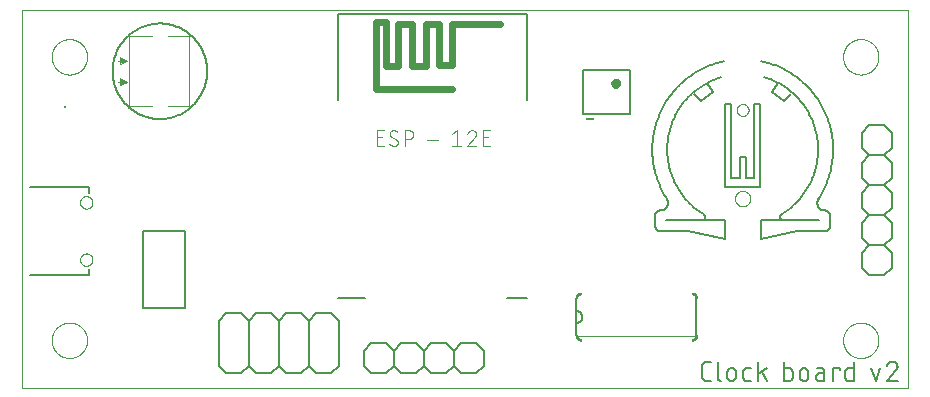
<source format=gto>
G75*
%MOIN*%
%OFA0B0*%
%FSLAX25Y25*%
%IPPOS*%
%LPD*%
%AMOC8*
5,1,8,0,0,1.08239X$1,22.5*
%
%ADD10C,0.00000*%
%ADD11C,0.00600*%
%ADD12C,0.00500*%
%ADD13C,0.02400*%
%ADD14C,0.00400*%
%ADD15C,0.00800*%
%ADD16C,0.00060*%
%ADD17C,0.00200*%
%ADD18C,0.00787*%
%ADD19R,0.00787X0.00787*%
%ADD20R,0.03000X0.01000*%
D10*
X0002244Y0001365D02*
X0002244Y0127349D01*
X0297520Y0127349D01*
X0297520Y0001365D01*
X0002244Y0001365D01*
X0012086Y0017113D02*
X0012088Y0017266D01*
X0012094Y0017420D01*
X0012104Y0017573D01*
X0012118Y0017725D01*
X0012136Y0017878D01*
X0012158Y0018029D01*
X0012183Y0018180D01*
X0012213Y0018331D01*
X0012247Y0018481D01*
X0012284Y0018629D01*
X0012325Y0018777D01*
X0012370Y0018923D01*
X0012419Y0019069D01*
X0012472Y0019213D01*
X0012528Y0019355D01*
X0012588Y0019496D01*
X0012652Y0019636D01*
X0012719Y0019774D01*
X0012790Y0019910D01*
X0012865Y0020044D01*
X0012942Y0020176D01*
X0013024Y0020306D01*
X0013108Y0020434D01*
X0013196Y0020560D01*
X0013287Y0020683D01*
X0013381Y0020804D01*
X0013479Y0020922D01*
X0013579Y0021038D01*
X0013683Y0021151D01*
X0013789Y0021262D01*
X0013898Y0021370D01*
X0014010Y0021475D01*
X0014124Y0021576D01*
X0014242Y0021675D01*
X0014361Y0021771D01*
X0014483Y0021864D01*
X0014608Y0021953D01*
X0014735Y0022040D01*
X0014864Y0022122D01*
X0014995Y0022202D01*
X0015128Y0022278D01*
X0015263Y0022351D01*
X0015400Y0022420D01*
X0015539Y0022485D01*
X0015679Y0022547D01*
X0015821Y0022605D01*
X0015964Y0022660D01*
X0016109Y0022711D01*
X0016255Y0022758D01*
X0016402Y0022801D01*
X0016550Y0022840D01*
X0016699Y0022876D01*
X0016849Y0022907D01*
X0017000Y0022935D01*
X0017151Y0022959D01*
X0017304Y0022979D01*
X0017456Y0022995D01*
X0017609Y0023007D01*
X0017762Y0023015D01*
X0017915Y0023019D01*
X0018069Y0023019D01*
X0018222Y0023015D01*
X0018375Y0023007D01*
X0018528Y0022995D01*
X0018680Y0022979D01*
X0018833Y0022959D01*
X0018984Y0022935D01*
X0019135Y0022907D01*
X0019285Y0022876D01*
X0019434Y0022840D01*
X0019582Y0022801D01*
X0019729Y0022758D01*
X0019875Y0022711D01*
X0020020Y0022660D01*
X0020163Y0022605D01*
X0020305Y0022547D01*
X0020445Y0022485D01*
X0020584Y0022420D01*
X0020721Y0022351D01*
X0020856Y0022278D01*
X0020989Y0022202D01*
X0021120Y0022122D01*
X0021249Y0022040D01*
X0021376Y0021953D01*
X0021501Y0021864D01*
X0021623Y0021771D01*
X0021742Y0021675D01*
X0021860Y0021576D01*
X0021974Y0021475D01*
X0022086Y0021370D01*
X0022195Y0021262D01*
X0022301Y0021151D01*
X0022405Y0021038D01*
X0022505Y0020922D01*
X0022603Y0020804D01*
X0022697Y0020683D01*
X0022788Y0020560D01*
X0022876Y0020434D01*
X0022960Y0020306D01*
X0023042Y0020176D01*
X0023119Y0020044D01*
X0023194Y0019910D01*
X0023265Y0019774D01*
X0023332Y0019636D01*
X0023396Y0019496D01*
X0023456Y0019355D01*
X0023512Y0019213D01*
X0023565Y0019069D01*
X0023614Y0018923D01*
X0023659Y0018777D01*
X0023700Y0018629D01*
X0023737Y0018481D01*
X0023771Y0018331D01*
X0023801Y0018180D01*
X0023826Y0018029D01*
X0023848Y0017878D01*
X0023866Y0017725D01*
X0023880Y0017573D01*
X0023890Y0017420D01*
X0023896Y0017266D01*
X0023898Y0017113D01*
X0023896Y0016960D01*
X0023890Y0016806D01*
X0023880Y0016653D01*
X0023866Y0016501D01*
X0023848Y0016348D01*
X0023826Y0016197D01*
X0023801Y0016046D01*
X0023771Y0015895D01*
X0023737Y0015745D01*
X0023700Y0015597D01*
X0023659Y0015449D01*
X0023614Y0015303D01*
X0023565Y0015157D01*
X0023512Y0015013D01*
X0023456Y0014871D01*
X0023396Y0014730D01*
X0023332Y0014590D01*
X0023265Y0014452D01*
X0023194Y0014316D01*
X0023119Y0014182D01*
X0023042Y0014050D01*
X0022960Y0013920D01*
X0022876Y0013792D01*
X0022788Y0013666D01*
X0022697Y0013543D01*
X0022603Y0013422D01*
X0022505Y0013304D01*
X0022405Y0013188D01*
X0022301Y0013075D01*
X0022195Y0012964D01*
X0022086Y0012856D01*
X0021974Y0012751D01*
X0021860Y0012650D01*
X0021742Y0012551D01*
X0021623Y0012455D01*
X0021501Y0012362D01*
X0021376Y0012273D01*
X0021249Y0012186D01*
X0021120Y0012104D01*
X0020989Y0012024D01*
X0020856Y0011948D01*
X0020721Y0011875D01*
X0020584Y0011806D01*
X0020445Y0011741D01*
X0020305Y0011679D01*
X0020163Y0011621D01*
X0020020Y0011566D01*
X0019875Y0011515D01*
X0019729Y0011468D01*
X0019582Y0011425D01*
X0019434Y0011386D01*
X0019285Y0011350D01*
X0019135Y0011319D01*
X0018984Y0011291D01*
X0018833Y0011267D01*
X0018680Y0011247D01*
X0018528Y0011231D01*
X0018375Y0011219D01*
X0018222Y0011211D01*
X0018069Y0011207D01*
X0017915Y0011207D01*
X0017762Y0011211D01*
X0017609Y0011219D01*
X0017456Y0011231D01*
X0017304Y0011247D01*
X0017151Y0011267D01*
X0017000Y0011291D01*
X0016849Y0011319D01*
X0016699Y0011350D01*
X0016550Y0011386D01*
X0016402Y0011425D01*
X0016255Y0011468D01*
X0016109Y0011515D01*
X0015964Y0011566D01*
X0015821Y0011621D01*
X0015679Y0011679D01*
X0015539Y0011741D01*
X0015400Y0011806D01*
X0015263Y0011875D01*
X0015128Y0011948D01*
X0014995Y0012024D01*
X0014864Y0012104D01*
X0014735Y0012186D01*
X0014608Y0012273D01*
X0014483Y0012362D01*
X0014361Y0012455D01*
X0014242Y0012551D01*
X0014124Y0012650D01*
X0014010Y0012751D01*
X0013898Y0012856D01*
X0013789Y0012964D01*
X0013683Y0013075D01*
X0013579Y0013188D01*
X0013479Y0013304D01*
X0013381Y0013422D01*
X0013287Y0013543D01*
X0013196Y0013666D01*
X0013108Y0013792D01*
X0013024Y0013920D01*
X0012942Y0014050D01*
X0012865Y0014182D01*
X0012790Y0014316D01*
X0012719Y0014452D01*
X0012652Y0014590D01*
X0012588Y0014730D01*
X0012528Y0014871D01*
X0012472Y0015013D01*
X0012419Y0015157D01*
X0012370Y0015303D01*
X0012325Y0015449D01*
X0012284Y0015597D01*
X0012247Y0015745D01*
X0012213Y0015895D01*
X0012183Y0016046D01*
X0012158Y0016197D01*
X0012136Y0016348D01*
X0012118Y0016501D01*
X0012104Y0016653D01*
X0012094Y0016806D01*
X0012088Y0016960D01*
X0012086Y0017113D01*
X0021555Y0043983D02*
X0021557Y0044074D01*
X0021563Y0044164D01*
X0021573Y0044255D01*
X0021587Y0044344D01*
X0021605Y0044433D01*
X0021626Y0044522D01*
X0021652Y0044609D01*
X0021681Y0044695D01*
X0021715Y0044779D01*
X0021751Y0044862D01*
X0021792Y0044944D01*
X0021836Y0045023D01*
X0021883Y0045101D01*
X0021934Y0045176D01*
X0021988Y0045249D01*
X0022045Y0045319D01*
X0022105Y0045387D01*
X0022168Y0045453D01*
X0022234Y0045515D01*
X0022303Y0045574D01*
X0022374Y0045631D01*
X0022448Y0045684D01*
X0022524Y0045734D01*
X0022602Y0045781D01*
X0022682Y0045824D01*
X0022763Y0045863D01*
X0022847Y0045899D01*
X0022932Y0045931D01*
X0023018Y0045960D01*
X0023105Y0045984D01*
X0023194Y0046005D01*
X0023283Y0046022D01*
X0023373Y0046035D01*
X0023463Y0046044D01*
X0023554Y0046049D01*
X0023645Y0046050D01*
X0023735Y0046047D01*
X0023826Y0046040D01*
X0023916Y0046029D01*
X0024006Y0046014D01*
X0024095Y0045995D01*
X0024183Y0045973D01*
X0024269Y0045946D01*
X0024355Y0045916D01*
X0024439Y0045882D01*
X0024522Y0045844D01*
X0024603Y0045803D01*
X0024682Y0045758D01*
X0024759Y0045709D01*
X0024833Y0045658D01*
X0024906Y0045603D01*
X0024976Y0045545D01*
X0025043Y0045484D01*
X0025107Y0045420D01*
X0025169Y0045354D01*
X0025228Y0045284D01*
X0025283Y0045213D01*
X0025336Y0045138D01*
X0025385Y0045062D01*
X0025431Y0044984D01*
X0025473Y0044903D01*
X0025512Y0044821D01*
X0025547Y0044737D01*
X0025578Y0044652D01*
X0025605Y0044565D01*
X0025629Y0044478D01*
X0025649Y0044389D01*
X0025665Y0044300D01*
X0025677Y0044210D01*
X0025685Y0044119D01*
X0025689Y0044028D01*
X0025689Y0043938D01*
X0025685Y0043847D01*
X0025677Y0043756D01*
X0025665Y0043666D01*
X0025649Y0043577D01*
X0025629Y0043488D01*
X0025605Y0043401D01*
X0025578Y0043314D01*
X0025547Y0043229D01*
X0025512Y0043145D01*
X0025473Y0043063D01*
X0025431Y0042982D01*
X0025385Y0042904D01*
X0025336Y0042828D01*
X0025283Y0042753D01*
X0025228Y0042682D01*
X0025169Y0042612D01*
X0025107Y0042546D01*
X0025043Y0042482D01*
X0024976Y0042421D01*
X0024906Y0042363D01*
X0024833Y0042308D01*
X0024759Y0042257D01*
X0024682Y0042208D01*
X0024603Y0042163D01*
X0024522Y0042122D01*
X0024439Y0042084D01*
X0024355Y0042050D01*
X0024269Y0042020D01*
X0024183Y0041993D01*
X0024095Y0041971D01*
X0024006Y0041952D01*
X0023916Y0041937D01*
X0023826Y0041926D01*
X0023735Y0041919D01*
X0023645Y0041916D01*
X0023554Y0041917D01*
X0023463Y0041922D01*
X0023373Y0041931D01*
X0023283Y0041944D01*
X0023194Y0041961D01*
X0023105Y0041982D01*
X0023018Y0042006D01*
X0022932Y0042035D01*
X0022847Y0042067D01*
X0022763Y0042103D01*
X0022682Y0042142D01*
X0022602Y0042185D01*
X0022524Y0042232D01*
X0022448Y0042282D01*
X0022374Y0042335D01*
X0022303Y0042392D01*
X0022234Y0042451D01*
X0022168Y0042513D01*
X0022105Y0042579D01*
X0022045Y0042647D01*
X0021988Y0042717D01*
X0021934Y0042790D01*
X0021883Y0042865D01*
X0021836Y0042943D01*
X0021792Y0043022D01*
X0021751Y0043104D01*
X0021715Y0043187D01*
X0021681Y0043271D01*
X0021652Y0043357D01*
X0021626Y0043444D01*
X0021605Y0043533D01*
X0021587Y0043622D01*
X0021573Y0043711D01*
X0021563Y0043802D01*
X0021557Y0043892D01*
X0021555Y0043983D01*
X0021555Y0063077D02*
X0021557Y0063168D01*
X0021563Y0063258D01*
X0021573Y0063349D01*
X0021587Y0063438D01*
X0021605Y0063527D01*
X0021626Y0063616D01*
X0021652Y0063703D01*
X0021681Y0063789D01*
X0021715Y0063873D01*
X0021751Y0063956D01*
X0021792Y0064038D01*
X0021836Y0064117D01*
X0021883Y0064195D01*
X0021934Y0064270D01*
X0021988Y0064343D01*
X0022045Y0064413D01*
X0022105Y0064481D01*
X0022168Y0064547D01*
X0022234Y0064609D01*
X0022303Y0064668D01*
X0022374Y0064725D01*
X0022448Y0064778D01*
X0022524Y0064828D01*
X0022602Y0064875D01*
X0022682Y0064918D01*
X0022763Y0064957D01*
X0022847Y0064993D01*
X0022932Y0065025D01*
X0023018Y0065054D01*
X0023105Y0065078D01*
X0023194Y0065099D01*
X0023283Y0065116D01*
X0023373Y0065129D01*
X0023463Y0065138D01*
X0023554Y0065143D01*
X0023645Y0065144D01*
X0023735Y0065141D01*
X0023826Y0065134D01*
X0023916Y0065123D01*
X0024006Y0065108D01*
X0024095Y0065089D01*
X0024183Y0065067D01*
X0024269Y0065040D01*
X0024355Y0065010D01*
X0024439Y0064976D01*
X0024522Y0064938D01*
X0024603Y0064897D01*
X0024682Y0064852D01*
X0024759Y0064803D01*
X0024833Y0064752D01*
X0024906Y0064697D01*
X0024976Y0064639D01*
X0025043Y0064578D01*
X0025107Y0064514D01*
X0025169Y0064448D01*
X0025228Y0064378D01*
X0025283Y0064307D01*
X0025336Y0064232D01*
X0025385Y0064156D01*
X0025431Y0064078D01*
X0025473Y0063997D01*
X0025512Y0063915D01*
X0025547Y0063831D01*
X0025578Y0063746D01*
X0025605Y0063659D01*
X0025629Y0063572D01*
X0025649Y0063483D01*
X0025665Y0063394D01*
X0025677Y0063304D01*
X0025685Y0063213D01*
X0025689Y0063122D01*
X0025689Y0063032D01*
X0025685Y0062941D01*
X0025677Y0062850D01*
X0025665Y0062760D01*
X0025649Y0062671D01*
X0025629Y0062582D01*
X0025605Y0062495D01*
X0025578Y0062408D01*
X0025547Y0062323D01*
X0025512Y0062239D01*
X0025473Y0062157D01*
X0025431Y0062076D01*
X0025385Y0061998D01*
X0025336Y0061922D01*
X0025283Y0061847D01*
X0025228Y0061776D01*
X0025169Y0061706D01*
X0025107Y0061640D01*
X0025043Y0061576D01*
X0024976Y0061515D01*
X0024906Y0061457D01*
X0024833Y0061402D01*
X0024759Y0061351D01*
X0024682Y0061302D01*
X0024603Y0061257D01*
X0024522Y0061216D01*
X0024439Y0061178D01*
X0024355Y0061144D01*
X0024269Y0061114D01*
X0024183Y0061087D01*
X0024095Y0061065D01*
X0024006Y0061046D01*
X0023916Y0061031D01*
X0023826Y0061020D01*
X0023735Y0061013D01*
X0023645Y0061010D01*
X0023554Y0061011D01*
X0023463Y0061016D01*
X0023373Y0061025D01*
X0023283Y0061038D01*
X0023194Y0061055D01*
X0023105Y0061076D01*
X0023018Y0061100D01*
X0022932Y0061129D01*
X0022847Y0061161D01*
X0022763Y0061197D01*
X0022682Y0061236D01*
X0022602Y0061279D01*
X0022524Y0061326D01*
X0022448Y0061376D01*
X0022374Y0061429D01*
X0022303Y0061486D01*
X0022234Y0061545D01*
X0022168Y0061607D01*
X0022105Y0061673D01*
X0022045Y0061741D01*
X0021988Y0061811D01*
X0021934Y0061884D01*
X0021883Y0061959D01*
X0021836Y0062037D01*
X0021792Y0062116D01*
X0021751Y0062198D01*
X0021715Y0062281D01*
X0021681Y0062365D01*
X0021652Y0062451D01*
X0021626Y0062538D01*
X0021605Y0062627D01*
X0021587Y0062716D01*
X0021573Y0062805D01*
X0021563Y0062896D01*
X0021557Y0062986D01*
X0021555Y0063077D01*
X0012086Y0111601D02*
X0012088Y0111754D01*
X0012094Y0111908D01*
X0012104Y0112061D01*
X0012118Y0112213D01*
X0012136Y0112366D01*
X0012158Y0112517D01*
X0012183Y0112668D01*
X0012213Y0112819D01*
X0012247Y0112969D01*
X0012284Y0113117D01*
X0012325Y0113265D01*
X0012370Y0113411D01*
X0012419Y0113557D01*
X0012472Y0113701D01*
X0012528Y0113843D01*
X0012588Y0113984D01*
X0012652Y0114124D01*
X0012719Y0114262D01*
X0012790Y0114398D01*
X0012865Y0114532D01*
X0012942Y0114664D01*
X0013024Y0114794D01*
X0013108Y0114922D01*
X0013196Y0115048D01*
X0013287Y0115171D01*
X0013381Y0115292D01*
X0013479Y0115410D01*
X0013579Y0115526D01*
X0013683Y0115639D01*
X0013789Y0115750D01*
X0013898Y0115858D01*
X0014010Y0115963D01*
X0014124Y0116064D01*
X0014242Y0116163D01*
X0014361Y0116259D01*
X0014483Y0116352D01*
X0014608Y0116441D01*
X0014735Y0116528D01*
X0014864Y0116610D01*
X0014995Y0116690D01*
X0015128Y0116766D01*
X0015263Y0116839D01*
X0015400Y0116908D01*
X0015539Y0116973D01*
X0015679Y0117035D01*
X0015821Y0117093D01*
X0015964Y0117148D01*
X0016109Y0117199D01*
X0016255Y0117246D01*
X0016402Y0117289D01*
X0016550Y0117328D01*
X0016699Y0117364D01*
X0016849Y0117395D01*
X0017000Y0117423D01*
X0017151Y0117447D01*
X0017304Y0117467D01*
X0017456Y0117483D01*
X0017609Y0117495D01*
X0017762Y0117503D01*
X0017915Y0117507D01*
X0018069Y0117507D01*
X0018222Y0117503D01*
X0018375Y0117495D01*
X0018528Y0117483D01*
X0018680Y0117467D01*
X0018833Y0117447D01*
X0018984Y0117423D01*
X0019135Y0117395D01*
X0019285Y0117364D01*
X0019434Y0117328D01*
X0019582Y0117289D01*
X0019729Y0117246D01*
X0019875Y0117199D01*
X0020020Y0117148D01*
X0020163Y0117093D01*
X0020305Y0117035D01*
X0020445Y0116973D01*
X0020584Y0116908D01*
X0020721Y0116839D01*
X0020856Y0116766D01*
X0020989Y0116690D01*
X0021120Y0116610D01*
X0021249Y0116528D01*
X0021376Y0116441D01*
X0021501Y0116352D01*
X0021623Y0116259D01*
X0021742Y0116163D01*
X0021860Y0116064D01*
X0021974Y0115963D01*
X0022086Y0115858D01*
X0022195Y0115750D01*
X0022301Y0115639D01*
X0022405Y0115526D01*
X0022505Y0115410D01*
X0022603Y0115292D01*
X0022697Y0115171D01*
X0022788Y0115048D01*
X0022876Y0114922D01*
X0022960Y0114794D01*
X0023042Y0114664D01*
X0023119Y0114532D01*
X0023194Y0114398D01*
X0023265Y0114262D01*
X0023332Y0114124D01*
X0023396Y0113984D01*
X0023456Y0113843D01*
X0023512Y0113701D01*
X0023565Y0113557D01*
X0023614Y0113411D01*
X0023659Y0113265D01*
X0023700Y0113117D01*
X0023737Y0112969D01*
X0023771Y0112819D01*
X0023801Y0112668D01*
X0023826Y0112517D01*
X0023848Y0112366D01*
X0023866Y0112213D01*
X0023880Y0112061D01*
X0023890Y0111908D01*
X0023896Y0111754D01*
X0023898Y0111601D01*
X0023896Y0111448D01*
X0023890Y0111294D01*
X0023880Y0111141D01*
X0023866Y0110989D01*
X0023848Y0110836D01*
X0023826Y0110685D01*
X0023801Y0110534D01*
X0023771Y0110383D01*
X0023737Y0110233D01*
X0023700Y0110085D01*
X0023659Y0109937D01*
X0023614Y0109791D01*
X0023565Y0109645D01*
X0023512Y0109501D01*
X0023456Y0109359D01*
X0023396Y0109218D01*
X0023332Y0109078D01*
X0023265Y0108940D01*
X0023194Y0108804D01*
X0023119Y0108670D01*
X0023042Y0108538D01*
X0022960Y0108408D01*
X0022876Y0108280D01*
X0022788Y0108154D01*
X0022697Y0108031D01*
X0022603Y0107910D01*
X0022505Y0107792D01*
X0022405Y0107676D01*
X0022301Y0107563D01*
X0022195Y0107452D01*
X0022086Y0107344D01*
X0021974Y0107239D01*
X0021860Y0107138D01*
X0021742Y0107039D01*
X0021623Y0106943D01*
X0021501Y0106850D01*
X0021376Y0106761D01*
X0021249Y0106674D01*
X0021120Y0106592D01*
X0020989Y0106512D01*
X0020856Y0106436D01*
X0020721Y0106363D01*
X0020584Y0106294D01*
X0020445Y0106229D01*
X0020305Y0106167D01*
X0020163Y0106109D01*
X0020020Y0106054D01*
X0019875Y0106003D01*
X0019729Y0105956D01*
X0019582Y0105913D01*
X0019434Y0105874D01*
X0019285Y0105838D01*
X0019135Y0105807D01*
X0018984Y0105779D01*
X0018833Y0105755D01*
X0018680Y0105735D01*
X0018528Y0105719D01*
X0018375Y0105707D01*
X0018222Y0105699D01*
X0018069Y0105695D01*
X0017915Y0105695D01*
X0017762Y0105699D01*
X0017609Y0105707D01*
X0017456Y0105719D01*
X0017304Y0105735D01*
X0017151Y0105755D01*
X0017000Y0105779D01*
X0016849Y0105807D01*
X0016699Y0105838D01*
X0016550Y0105874D01*
X0016402Y0105913D01*
X0016255Y0105956D01*
X0016109Y0106003D01*
X0015964Y0106054D01*
X0015821Y0106109D01*
X0015679Y0106167D01*
X0015539Y0106229D01*
X0015400Y0106294D01*
X0015263Y0106363D01*
X0015128Y0106436D01*
X0014995Y0106512D01*
X0014864Y0106592D01*
X0014735Y0106674D01*
X0014608Y0106761D01*
X0014483Y0106850D01*
X0014361Y0106943D01*
X0014242Y0107039D01*
X0014124Y0107138D01*
X0014010Y0107239D01*
X0013898Y0107344D01*
X0013789Y0107452D01*
X0013683Y0107563D01*
X0013579Y0107676D01*
X0013479Y0107792D01*
X0013381Y0107910D01*
X0013287Y0108031D01*
X0013196Y0108154D01*
X0013108Y0108280D01*
X0013024Y0108408D01*
X0012942Y0108538D01*
X0012865Y0108670D01*
X0012790Y0108804D01*
X0012719Y0108940D01*
X0012652Y0109078D01*
X0012588Y0109218D01*
X0012528Y0109359D01*
X0012472Y0109501D01*
X0012419Y0109645D01*
X0012370Y0109791D01*
X0012325Y0109937D01*
X0012284Y0110085D01*
X0012247Y0110233D01*
X0012213Y0110383D01*
X0012183Y0110534D01*
X0012158Y0110685D01*
X0012136Y0110836D01*
X0012118Y0110989D01*
X0012104Y0111141D01*
X0012094Y0111294D01*
X0012088Y0111448D01*
X0012086Y0111601D01*
X0240433Y0093885D02*
X0240435Y0093973D01*
X0240441Y0094061D01*
X0240451Y0094149D01*
X0240465Y0094237D01*
X0240482Y0094323D01*
X0240504Y0094409D01*
X0240529Y0094493D01*
X0240559Y0094577D01*
X0240591Y0094659D01*
X0240628Y0094739D01*
X0240668Y0094818D01*
X0240712Y0094895D01*
X0240759Y0094970D01*
X0240809Y0095042D01*
X0240863Y0095113D01*
X0240919Y0095180D01*
X0240979Y0095246D01*
X0241041Y0095308D01*
X0241107Y0095368D01*
X0241174Y0095424D01*
X0241245Y0095478D01*
X0241317Y0095528D01*
X0241392Y0095575D01*
X0241469Y0095619D01*
X0241548Y0095659D01*
X0241628Y0095696D01*
X0241710Y0095728D01*
X0241794Y0095758D01*
X0241878Y0095783D01*
X0241964Y0095805D01*
X0242050Y0095822D01*
X0242138Y0095836D01*
X0242226Y0095846D01*
X0242314Y0095852D01*
X0242402Y0095854D01*
X0242490Y0095852D01*
X0242578Y0095846D01*
X0242666Y0095836D01*
X0242754Y0095822D01*
X0242840Y0095805D01*
X0242926Y0095783D01*
X0243010Y0095758D01*
X0243094Y0095728D01*
X0243176Y0095696D01*
X0243256Y0095659D01*
X0243335Y0095619D01*
X0243412Y0095575D01*
X0243487Y0095528D01*
X0243559Y0095478D01*
X0243630Y0095424D01*
X0243697Y0095368D01*
X0243763Y0095308D01*
X0243825Y0095246D01*
X0243885Y0095180D01*
X0243941Y0095113D01*
X0243995Y0095042D01*
X0244045Y0094970D01*
X0244092Y0094895D01*
X0244136Y0094818D01*
X0244176Y0094739D01*
X0244213Y0094659D01*
X0244245Y0094577D01*
X0244275Y0094493D01*
X0244300Y0094409D01*
X0244322Y0094323D01*
X0244339Y0094237D01*
X0244353Y0094149D01*
X0244363Y0094061D01*
X0244369Y0093973D01*
X0244371Y0093885D01*
X0244369Y0093797D01*
X0244363Y0093709D01*
X0244353Y0093621D01*
X0244339Y0093533D01*
X0244322Y0093447D01*
X0244300Y0093361D01*
X0244275Y0093277D01*
X0244245Y0093193D01*
X0244213Y0093111D01*
X0244176Y0093031D01*
X0244136Y0092952D01*
X0244092Y0092875D01*
X0244045Y0092800D01*
X0243995Y0092728D01*
X0243941Y0092657D01*
X0243885Y0092590D01*
X0243825Y0092524D01*
X0243763Y0092462D01*
X0243697Y0092402D01*
X0243630Y0092346D01*
X0243559Y0092292D01*
X0243487Y0092242D01*
X0243412Y0092195D01*
X0243335Y0092151D01*
X0243256Y0092111D01*
X0243176Y0092074D01*
X0243094Y0092042D01*
X0243010Y0092012D01*
X0242926Y0091987D01*
X0242840Y0091965D01*
X0242754Y0091948D01*
X0242666Y0091934D01*
X0242578Y0091924D01*
X0242490Y0091918D01*
X0242402Y0091916D01*
X0242314Y0091918D01*
X0242226Y0091924D01*
X0242138Y0091934D01*
X0242050Y0091948D01*
X0241964Y0091965D01*
X0241878Y0091987D01*
X0241794Y0092012D01*
X0241710Y0092042D01*
X0241628Y0092074D01*
X0241548Y0092111D01*
X0241469Y0092151D01*
X0241392Y0092195D01*
X0241317Y0092242D01*
X0241245Y0092292D01*
X0241174Y0092346D01*
X0241107Y0092402D01*
X0241041Y0092462D01*
X0240979Y0092524D01*
X0240919Y0092590D01*
X0240863Y0092657D01*
X0240809Y0092728D01*
X0240759Y0092800D01*
X0240712Y0092875D01*
X0240668Y0092952D01*
X0240628Y0093031D01*
X0240591Y0093111D01*
X0240559Y0093193D01*
X0240529Y0093277D01*
X0240504Y0093361D01*
X0240482Y0093447D01*
X0240465Y0093533D01*
X0240451Y0093621D01*
X0240441Y0093709D01*
X0240435Y0093797D01*
X0240433Y0093885D01*
X0275866Y0111601D02*
X0275868Y0111754D01*
X0275874Y0111908D01*
X0275884Y0112061D01*
X0275898Y0112213D01*
X0275916Y0112366D01*
X0275938Y0112517D01*
X0275963Y0112668D01*
X0275993Y0112819D01*
X0276027Y0112969D01*
X0276064Y0113117D01*
X0276105Y0113265D01*
X0276150Y0113411D01*
X0276199Y0113557D01*
X0276252Y0113701D01*
X0276308Y0113843D01*
X0276368Y0113984D01*
X0276432Y0114124D01*
X0276499Y0114262D01*
X0276570Y0114398D01*
X0276645Y0114532D01*
X0276722Y0114664D01*
X0276804Y0114794D01*
X0276888Y0114922D01*
X0276976Y0115048D01*
X0277067Y0115171D01*
X0277161Y0115292D01*
X0277259Y0115410D01*
X0277359Y0115526D01*
X0277463Y0115639D01*
X0277569Y0115750D01*
X0277678Y0115858D01*
X0277790Y0115963D01*
X0277904Y0116064D01*
X0278022Y0116163D01*
X0278141Y0116259D01*
X0278263Y0116352D01*
X0278388Y0116441D01*
X0278515Y0116528D01*
X0278644Y0116610D01*
X0278775Y0116690D01*
X0278908Y0116766D01*
X0279043Y0116839D01*
X0279180Y0116908D01*
X0279319Y0116973D01*
X0279459Y0117035D01*
X0279601Y0117093D01*
X0279744Y0117148D01*
X0279889Y0117199D01*
X0280035Y0117246D01*
X0280182Y0117289D01*
X0280330Y0117328D01*
X0280479Y0117364D01*
X0280629Y0117395D01*
X0280780Y0117423D01*
X0280931Y0117447D01*
X0281084Y0117467D01*
X0281236Y0117483D01*
X0281389Y0117495D01*
X0281542Y0117503D01*
X0281695Y0117507D01*
X0281849Y0117507D01*
X0282002Y0117503D01*
X0282155Y0117495D01*
X0282308Y0117483D01*
X0282460Y0117467D01*
X0282613Y0117447D01*
X0282764Y0117423D01*
X0282915Y0117395D01*
X0283065Y0117364D01*
X0283214Y0117328D01*
X0283362Y0117289D01*
X0283509Y0117246D01*
X0283655Y0117199D01*
X0283800Y0117148D01*
X0283943Y0117093D01*
X0284085Y0117035D01*
X0284225Y0116973D01*
X0284364Y0116908D01*
X0284501Y0116839D01*
X0284636Y0116766D01*
X0284769Y0116690D01*
X0284900Y0116610D01*
X0285029Y0116528D01*
X0285156Y0116441D01*
X0285281Y0116352D01*
X0285403Y0116259D01*
X0285522Y0116163D01*
X0285640Y0116064D01*
X0285754Y0115963D01*
X0285866Y0115858D01*
X0285975Y0115750D01*
X0286081Y0115639D01*
X0286185Y0115526D01*
X0286285Y0115410D01*
X0286383Y0115292D01*
X0286477Y0115171D01*
X0286568Y0115048D01*
X0286656Y0114922D01*
X0286740Y0114794D01*
X0286822Y0114664D01*
X0286899Y0114532D01*
X0286974Y0114398D01*
X0287045Y0114262D01*
X0287112Y0114124D01*
X0287176Y0113984D01*
X0287236Y0113843D01*
X0287292Y0113701D01*
X0287345Y0113557D01*
X0287394Y0113411D01*
X0287439Y0113265D01*
X0287480Y0113117D01*
X0287517Y0112969D01*
X0287551Y0112819D01*
X0287581Y0112668D01*
X0287606Y0112517D01*
X0287628Y0112366D01*
X0287646Y0112213D01*
X0287660Y0112061D01*
X0287670Y0111908D01*
X0287676Y0111754D01*
X0287678Y0111601D01*
X0287676Y0111448D01*
X0287670Y0111294D01*
X0287660Y0111141D01*
X0287646Y0110989D01*
X0287628Y0110836D01*
X0287606Y0110685D01*
X0287581Y0110534D01*
X0287551Y0110383D01*
X0287517Y0110233D01*
X0287480Y0110085D01*
X0287439Y0109937D01*
X0287394Y0109791D01*
X0287345Y0109645D01*
X0287292Y0109501D01*
X0287236Y0109359D01*
X0287176Y0109218D01*
X0287112Y0109078D01*
X0287045Y0108940D01*
X0286974Y0108804D01*
X0286899Y0108670D01*
X0286822Y0108538D01*
X0286740Y0108408D01*
X0286656Y0108280D01*
X0286568Y0108154D01*
X0286477Y0108031D01*
X0286383Y0107910D01*
X0286285Y0107792D01*
X0286185Y0107676D01*
X0286081Y0107563D01*
X0285975Y0107452D01*
X0285866Y0107344D01*
X0285754Y0107239D01*
X0285640Y0107138D01*
X0285522Y0107039D01*
X0285403Y0106943D01*
X0285281Y0106850D01*
X0285156Y0106761D01*
X0285029Y0106674D01*
X0284900Y0106592D01*
X0284769Y0106512D01*
X0284636Y0106436D01*
X0284501Y0106363D01*
X0284364Y0106294D01*
X0284225Y0106229D01*
X0284085Y0106167D01*
X0283943Y0106109D01*
X0283800Y0106054D01*
X0283655Y0106003D01*
X0283509Y0105956D01*
X0283362Y0105913D01*
X0283214Y0105874D01*
X0283065Y0105838D01*
X0282915Y0105807D01*
X0282764Y0105779D01*
X0282613Y0105755D01*
X0282460Y0105735D01*
X0282308Y0105719D01*
X0282155Y0105707D01*
X0282002Y0105699D01*
X0281849Y0105695D01*
X0281695Y0105695D01*
X0281542Y0105699D01*
X0281389Y0105707D01*
X0281236Y0105719D01*
X0281084Y0105735D01*
X0280931Y0105755D01*
X0280780Y0105779D01*
X0280629Y0105807D01*
X0280479Y0105838D01*
X0280330Y0105874D01*
X0280182Y0105913D01*
X0280035Y0105956D01*
X0279889Y0106003D01*
X0279744Y0106054D01*
X0279601Y0106109D01*
X0279459Y0106167D01*
X0279319Y0106229D01*
X0279180Y0106294D01*
X0279043Y0106363D01*
X0278908Y0106436D01*
X0278775Y0106512D01*
X0278644Y0106592D01*
X0278515Y0106674D01*
X0278388Y0106761D01*
X0278263Y0106850D01*
X0278141Y0106943D01*
X0278022Y0107039D01*
X0277904Y0107138D01*
X0277790Y0107239D01*
X0277678Y0107344D01*
X0277569Y0107452D01*
X0277463Y0107563D01*
X0277359Y0107676D01*
X0277259Y0107792D01*
X0277161Y0107910D01*
X0277067Y0108031D01*
X0276976Y0108154D01*
X0276888Y0108280D01*
X0276804Y0108408D01*
X0276722Y0108538D01*
X0276645Y0108670D01*
X0276570Y0108804D01*
X0276499Y0108940D01*
X0276432Y0109078D01*
X0276368Y0109218D01*
X0276308Y0109359D01*
X0276252Y0109501D01*
X0276199Y0109645D01*
X0276150Y0109791D01*
X0276105Y0109937D01*
X0276064Y0110085D01*
X0276027Y0110233D01*
X0275993Y0110383D01*
X0275963Y0110534D01*
X0275938Y0110685D01*
X0275916Y0110836D01*
X0275898Y0110989D01*
X0275884Y0111141D01*
X0275874Y0111294D01*
X0275868Y0111448D01*
X0275866Y0111601D01*
X0239843Y0064357D02*
X0239845Y0064458D01*
X0239851Y0064559D01*
X0239861Y0064660D01*
X0239875Y0064760D01*
X0239893Y0064859D01*
X0239915Y0064958D01*
X0239940Y0065056D01*
X0239970Y0065153D01*
X0240003Y0065248D01*
X0240040Y0065342D01*
X0240081Y0065435D01*
X0240125Y0065526D01*
X0240173Y0065615D01*
X0240225Y0065702D01*
X0240280Y0065787D01*
X0240338Y0065869D01*
X0240399Y0065950D01*
X0240464Y0066028D01*
X0240531Y0066103D01*
X0240601Y0066175D01*
X0240675Y0066245D01*
X0240751Y0066312D01*
X0240829Y0066376D01*
X0240910Y0066436D01*
X0240993Y0066493D01*
X0241079Y0066547D01*
X0241167Y0066598D01*
X0241256Y0066645D01*
X0241347Y0066689D01*
X0241440Y0066728D01*
X0241535Y0066765D01*
X0241630Y0066797D01*
X0241727Y0066826D01*
X0241826Y0066850D01*
X0241924Y0066871D01*
X0242024Y0066888D01*
X0242124Y0066901D01*
X0242225Y0066910D01*
X0242326Y0066915D01*
X0242427Y0066916D01*
X0242528Y0066913D01*
X0242629Y0066906D01*
X0242730Y0066895D01*
X0242830Y0066880D01*
X0242929Y0066861D01*
X0243028Y0066838D01*
X0243125Y0066812D01*
X0243222Y0066781D01*
X0243317Y0066747D01*
X0243410Y0066709D01*
X0243503Y0066667D01*
X0243593Y0066622D01*
X0243682Y0066573D01*
X0243768Y0066521D01*
X0243852Y0066465D01*
X0243935Y0066406D01*
X0244014Y0066344D01*
X0244092Y0066279D01*
X0244166Y0066211D01*
X0244238Y0066139D01*
X0244307Y0066066D01*
X0244373Y0065989D01*
X0244436Y0065910D01*
X0244496Y0065828D01*
X0244552Y0065744D01*
X0244605Y0065658D01*
X0244655Y0065570D01*
X0244701Y0065480D01*
X0244744Y0065389D01*
X0244783Y0065295D01*
X0244818Y0065200D01*
X0244849Y0065104D01*
X0244877Y0065007D01*
X0244901Y0064909D01*
X0244921Y0064810D01*
X0244937Y0064710D01*
X0244949Y0064609D01*
X0244957Y0064509D01*
X0244961Y0064408D01*
X0244961Y0064306D01*
X0244957Y0064205D01*
X0244949Y0064105D01*
X0244937Y0064004D01*
X0244921Y0063904D01*
X0244901Y0063805D01*
X0244877Y0063707D01*
X0244849Y0063610D01*
X0244818Y0063514D01*
X0244783Y0063419D01*
X0244744Y0063325D01*
X0244701Y0063234D01*
X0244655Y0063144D01*
X0244605Y0063056D01*
X0244552Y0062970D01*
X0244496Y0062886D01*
X0244436Y0062804D01*
X0244373Y0062725D01*
X0244307Y0062648D01*
X0244238Y0062575D01*
X0244166Y0062503D01*
X0244092Y0062435D01*
X0244014Y0062370D01*
X0243935Y0062308D01*
X0243852Y0062249D01*
X0243768Y0062193D01*
X0243681Y0062141D01*
X0243593Y0062092D01*
X0243503Y0062047D01*
X0243410Y0062005D01*
X0243317Y0061967D01*
X0243222Y0061933D01*
X0243125Y0061902D01*
X0243028Y0061876D01*
X0242929Y0061853D01*
X0242830Y0061834D01*
X0242730Y0061819D01*
X0242629Y0061808D01*
X0242528Y0061801D01*
X0242427Y0061798D01*
X0242326Y0061799D01*
X0242225Y0061804D01*
X0242124Y0061813D01*
X0242024Y0061826D01*
X0241924Y0061843D01*
X0241826Y0061864D01*
X0241727Y0061888D01*
X0241630Y0061917D01*
X0241535Y0061949D01*
X0241440Y0061986D01*
X0241347Y0062025D01*
X0241256Y0062069D01*
X0241167Y0062116D01*
X0241079Y0062167D01*
X0240993Y0062221D01*
X0240910Y0062278D01*
X0240829Y0062338D01*
X0240751Y0062402D01*
X0240675Y0062469D01*
X0240601Y0062539D01*
X0240531Y0062611D01*
X0240464Y0062686D01*
X0240399Y0062764D01*
X0240338Y0062845D01*
X0240280Y0062927D01*
X0240225Y0063012D01*
X0240173Y0063099D01*
X0240125Y0063188D01*
X0240081Y0063279D01*
X0240040Y0063372D01*
X0240003Y0063466D01*
X0239970Y0063561D01*
X0239940Y0063658D01*
X0239915Y0063756D01*
X0239893Y0063855D01*
X0239875Y0063954D01*
X0239861Y0064054D01*
X0239851Y0064155D01*
X0239845Y0064256D01*
X0239843Y0064357D01*
X0275866Y0017113D02*
X0275868Y0017266D01*
X0275874Y0017420D01*
X0275884Y0017573D01*
X0275898Y0017725D01*
X0275916Y0017878D01*
X0275938Y0018029D01*
X0275963Y0018180D01*
X0275993Y0018331D01*
X0276027Y0018481D01*
X0276064Y0018629D01*
X0276105Y0018777D01*
X0276150Y0018923D01*
X0276199Y0019069D01*
X0276252Y0019213D01*
X0276308Y0019355D01*
X0276368Y0019496D01*
X0276432Y0019636D01*
X0276499Y0019774D01*
X0276570Y0019910D01*
X0276645Y0020044D01*
X0276722Y0020176D01*
X0276804Y0020306D01*
X0276888Y0020434D01*
X0276976Y0020560D01*
X0277067Y0020683D01*
X0277161Y0020804D01*
X0277259Y0020922D01*
X0277359Y0021038D01*
X0277463Y0021151D01*
X0277569Y0021262D01*
X0277678Y0021370D01*
X0277790Y0021475D01*
X0277904Y0021576D01*
X0278022Y0021675D01*
X0278141Y0021771D01*
X0278263Y0021864D01*
X0278388Y0021953D01*
X0278515Y0022040D01*
X0278644Y0022122D01*
X0278775Y0022202D01*
X0278908Y0022278D01*
X0279043Y0022351D01*
X0279180Y0022420D01*
X0279319Y0022485D01*
X0279459Y0022547D01*
X0279601Y0022605D01*
X0279744Y0022660D01*
X0279889Y0022711D01*
X0280035Y0022758D01*
X0280182Y0022801D01*
X0280330Y0022840D01*
X0280479Y0022876D01*
X0280629Y0022907D01*
X0280780Y0022935D01*
X0280931Y0022959D01*
X0281084Y0022979D01*
X0281236Y0022995D01*
X0281389Y0023007D01*
X0281542Y0023015D01*
X0281695Y0023019D01*
X0281849Y0023019D01*
X0282002Y0023015D01*
X0282155Y0023007D01*
X0282308Y0022995D01*
X0282460Y0022979D01*
X0282613Y0022959D01*
X0282764Y0022935D01*
X0282915Y0022907D01*
X0283065Y0022876D01*
X0283214Y0022840D01*
X0283362Y0022801D01*
X0283509Y0022758D01*
X0283655Y0022711D01*
X0283800Y0022660D01*
X0283943Y0022605D01*
X0284085Y0022547D01*
X0284225Y0022485D01*
X0284364Y0022420D01*
X0284501Y0022351D01*
X0284636Y0022278D01*
X0284769Y0022202D01*
X0284900Y0022122D01*
X0285029Y0022040D01*
X0285156Y0021953D01*
X0285281Y0021864D01*
X0285403Y0021771D01*
X0285522Y0021675D01*
X0285640Y0021576D01*
X0285754Y0021475D01*
X0285866Y0021370D01*
X0285975Y0021262D01*
X0286081Y0021151D01*
X0286185Y0021038D01*
X0286285Y0020922D01*
X0286383Y0020804D01*
X0286477Y0020683D01*
X0286568Y0020560D01*
X0286656Y0020434D01*
X0286740Y0020306D01*
X0286822Y0020176D01*
X0286899Y0020044D01*
X0286974Y0019910D01*
X0287045Y0019774D01*
X0287112Y0019636D01*
X0287176Y0019496D01*
X0287236Y0019355D01*
X0287292Y0019213D01*
X0287345Y0019069D01*
X0287394Y0018923D01*
X0287439Y0018777D01*
X0287480Y0018629D01*
X0287517Y0018481D01*
X0287551Y0018331D01*
X0287581Y0018180D01*
X0287606Y0018029D01*
X0287628Y0017878D01*
X0287646Y0017725D01*
X0287660Y0017573D01*
X0287670Y0017420D01*
X0287676Y0017266D01*
X0287678Y0017113D01*
X0287676Y0016960D01*
X0287670Y0016806D01*
X0287660Y0016653D01*
X0287646Y0016501D01*
X0287628Y0016348D01*
X0287606Y0016197D01*
X0287581Y0016046D01*
X0287551Y0015895D01*
X0287517Y0015745D01*
X0287480Y0015597D01*
X0287439Y0015449D01*
X0287394Y0015303D01*
X0287345Y0015157D01*
X0287292Y0015013D01*
X0287236Y0014871D01*
X0287176Y0014730D01*
X0287112Y0014590D01*
X0287045Y0014452D01*
X0286974Y0014316D01*
X0286899Y0014182D01*
X0286822Y0014050D01*
X0286740Y0013920D01*
X0286656Y0013792D01*
X0286568Y0013666D01*
X0286477Y0013543D01*
X0286383Y0013422D01*
X0286285Y0013304D01*
X0286185Y0013188D01*
X0286081Y0013075D01*
X0285975Y0012964D01*
X0285866Y0012856D01*
X0285754Y0012751D01*
X0285640Y0012650D01*
X0285522Y0012551D01*
X0285403Y0012455D01*
X0285281Y0012362D01*
X0285156Y0012273D01*
X0285029Y0012186D01*
X0284900Y0012104D01*
X0284769Y0012024D01*
X0284636Y0011948D01*
X0284501Y0011875D01*
X0284364Y0011806D01*
X0284225Y0011741D01*
X0284085Y0011679D01*
X0283943Y0011621D01*
X0283800Y0011566D01*
X0283655Y0011515D01*
X0283509Y0011468D01*
X0283362Y0011425D01*
X0283214Y0011386D01*
X0283065Y0011350D01*
X0282915Y0011319D01*
X0282764Y0011291D01*
X0282613Y0011267D01*
X0282460Y0011247D01*
X0282308Y0011231D01*
X0282155Y0011219D01*
X0282002Y0011211D01*
X0281849Y0011207D01*
X0281695Y0011207D01*
X0281542Y0011211D01*
X0281389Y0011219D01*
X0281236Y0011231D01*
X0281084Y0011247D01*
X0280931Y0011267D01*
X0280780Y0011291D01*
X0280629Y0011319D01*
X0280479Y0011350D01*
X0280330Y0011386D01*
X0280182Y0011425D01*
X0280035Y0011468D01*
X0279889Y0011515D01*
X0279744Y0011566D01*
X0279601Y0011621D01*
X0279459Y0011679D01*
X0279319Y0011741D01*
X0279180Y0011806D01*
X0279043Y0011875D01*
X0278908Y0011948D01*
X0278775Y0012024D01*
X0278644Y0012104D01*
X0278515Y0012186D01*
X0278388Y0012273D01*
X0278263Y0012362D01*
X0278141Y0012455D01*
X0278022Y0012551D01*
X0277904Y0012650D01*
X0277790Y0012751D01*
X0277678Y0012856D01*
X0277569Y0012964D01*
X0277463Y0013075D01*
X0277359Y0013188D01*
X0277259Y0013304D01*
X0277161Y0013422D01*
X0277067Y0013543D01*
X0276976Y0013666D01*
X0276888Y0013792D01*
X0276804Y0013920D01*
X0276722Y0014050D01*
X0276645Y0014182D01*
X0276570Y0014316D01*
X0276499Y0014452D01*
X0276432Y0014590D01*
X0276368Y0014730D01*
X0276308Y0014871D01*
X0276252Y0015013D01*
X0276199Y0015157D01*
X0276150Y0015303D01*
X0276105Y0015449D01*
X0276064Y0015597D01*
X0276027Y0015745D01*
X0275993Y0015895D01*
X0275963Y0016046D01*
X0275938Y0016197D01*
X0275916Y0016348D01*
X0275898Y0016501D01*
X0275884Y0016653D01*
X0275874Y0016806D01*
X0275868Y0016960D01*
X0275866Y0017113D01*
D11*
X0279495Y0010033D02*
X0279495Y0003633D01*
X0277717Y0003633D01*
X0277653Y0003635D01*
X0277588Y0003641D01*
X0277525Y0003650D01*
X0277462Y0003664D01*
X0277400Y0003681D01*
X0277339Y0003702D01*
X0277279Y0003727D01*
X0277221Y0003755D01*
X0277165Y0003787D01*
X0277111Y0003822D01*
X0277059Y0003860D01*
X0277009Y0003901D01*
X0276963Y0003946D01*
X0276918Y0003992D01*
X0276877Y0004042D01*
X0276839Y0004094D01*
X0276804Y0004148D01*
X0276772Y0004204D01*
X0276744Y0004262D01*
X0276719Y0004322D01*
X0276698Y0004383D01*
X0276681Y0004445D01*
X0276667Y0004508D01*
X0276658Y0004571D01*
X0276652Y0004636D01*
X0276650Y0004700D01*
X0276650Y0006833D01*
X0276652Y0006897D01*
X0276658Y0006962D01*
X0276667Y0007025D01*
X0276681Y0007088D01*
X0276698Y0007150D01*
X0276719Y0007211D01*
X0276744Y0007271D01*
X0276772Y0007329D01*
X0276804Y0007385D01*
X0276839Y0007439D01*
X0276877Y0007491D01*
X0276918Y0007541D01*
X0276963Y0007587D01*
X0277009Y0007632D01*
X0277059Y0007673D01*
X0277111Y0007711D01*
X0277165Y0007746D01*
X0277221Y0007778D01*
X0277279Y0007806D01*
X0277339Y0007831D01*
X0277400Y0007852D01*
X0277462Y0007869D01*
X0277525Y0007883D01*
X0277588Y0007892D01*
X0277653Y0007898D01*
X0277717Y0007900D01*
X0279495Y0007900D01*
X0274743Y0007900D02*
X0274743Y0007189D01*
X0274743Y0007900D02*
X0272610Y0007900D01*
X0272610Y0003633D01*
X0269648Y0003633D02*
X0269648Y0006833D01*
X0269648Y0006122D02*
X0268048Y0006122D01*
X0269649Y0006833D02*
X0269647Y0006897D01*
X0269641Y0006962D01*
X0269632Y0007025D01*
X0269618Y0007088D01*
X0269601Y0007150D01*
X0269580Y0007211D01*
X0269555Y0007271D01*
X0269527Y0007329D01*
X0269495Y0007385D01*
X0269460Y0007439D01*
X0269422Y0007491D01*
X0269381Y0007541D01*
X0269336Y0007587D01*
X0269290Y0007632D01*
X0269240Y0007673D01*
X0269188Y0007711D01*
X0269134Y0007746D01*
X0269078Y0007778D01*
X0269020Y0007806D01*
X0268960Y0007831D01*
X0268899Y0007852D01*
X0268837Y0007869D01*
X0268774Y0007883D01*
X0268711Y0007892D01*
X0268646Y0007898D01*
X0268582Y0007900D01*
X0267159Y0007900D01*
X0264344Y0006478D02*
X0264344Y0005056D01*
X0264343Y0005056D02*
X0264341Y0004982D01*
X0264335Y0004907D01*
X0264325Y0004834D01*
X0264312Y0004760D01*
X0264295Y0004688D01*
X0264273Y0004617D01*
X0264249Y0004546D01*
X0264220Y0004478D01*
X0264188Y0004410D01*
X0264152Y0004345D01*
X0264114Y0004282D01*
X0264071Y0004220D01*
X0264026Y0004161D01*
X0263978Y0004104D01*
X0263927Y0004050D01*
X0263873Y0003999D01*
X0263816Y0003951D01*
X0263757Y0003906D01*
X0263695Y0003863D01*
X0263632Y0003825D01*
X0263567Y0003789D01*
X0263499Y0003757D01*
X0263431Y0003728D01*
X0263360Y0003704D01*
X0263289Y0003682D01*
X0263217Y0003665D01*
X0263143Y0003652D01*
X0263070Y0003642D01*
X0262995Y0003636D01*
X0262921Y0003634D01*
X0262847Y0003636D01*
X0262772Y0003642D01*
X0262699Y0003652D01*
X0262625Y0003665D01*
X0262553Y0003682D01*
X0262482Y0003704D01*
X0262411Y0003728D01*
X0262343Y0003757D01*
X0262275Y0003789D01*
X0262210Y0003825D01*
X0262147Y0003863D01*
X0262085Y0003906D01*
X0262026Y0003951D01*
X0261969Y0003999D01*
X0261915Y0004050D01*
X0261864Y0004104D01*
X0261816Y0004161D01*
X0261771Y0004220D01*
X0261728Y0004282D01*
X0261690Y0004345D01*
X0261654Y0004410D01*
X0261622Y0004478D01*
X0261593Y0004546D01*
X0261569Y0004617D01*
X0261547Y0004688D01*
X0261530Y0004760D01*
X0261517Y0004834D01*
X0261507Y0004907D01*
X0261501Y0004982D01*
X0261499Y0005056D01*
X0261499Y0006478D01*
X0261501Y0006552D01*
X0261507Y0006627D01*
X0261517Y0006700D01*
X0261530Y0006774D01*
X0261547Y0006846D01*
X0261569Y0006917D01*
X0261593Y0006988D01*
X0261622Y0007056D01*
X0261654Y0007124D01*
X0261690Y0007189D01*
X0261728Y0007252D01*
X0261771Y0007314D01*
X0261816Y0007373D01*
X0261864Y0007430D01*
X0261915Y0007484D01*
X0261969Y0007535D01*
X0262026Y0007583D01*
X0262085Y0007628D01*
X0262147Y0007671D01*
X0262210Y0007709D01*
X0262275Y0007745D01*
X0262343Y0007777D01*
X0262411Y0007806D01*
X0262482Y0007830D01*
X0262553Y0007852D01*
X0262625Y0007869D01*
X0262699Y0007882D01*
X0262772Y0007892D01*
X0262847Y0007898D01*
X0262921Y0007900D01*
X0262995Y0007898D01*
X0263070Y0007892D01*
X0263143Y0007882D01*
X0263217Y0007869D01*
X0263289Y0007852D01*
X0263360Y0007830D01*
X0263431Y0007806D01*
X0263499Y0007777D01*
X0263567Y0007745D01*
X0263632Y0007709D01*
X0263695Y0007671D01*
X0263757Y0007628D01*
X0263816Y0007583D01*
X0263873Y0007535D01*
X0263927Y0007484D01*
X0263978Y0007430D01*
X0264026Y0007373D01*
X0264071Y0007314D01*
X0264114Y0007252D01*
X0264152Y0007189D01*
X0264188Y0007124D01*
X0264220Y0007056D01*
X0264249Y0006988D01*
X0264273Y0006917D01*
X0264295Y0006846D01*
X0264312Y0006774D01*
X0264325Y0006700D01*
X0264335Y0006627D01*
X0264341Y0006552D01*
X0264343Y0006478D01*
X0268048Y0006122D02*
X0267978Y0006120D01*
X0267909Y0006114D01*
X0267840Y0006104D01*
X0267771Y0006091D01*
X0267704Y0006073D01*
X0267637Y0006052D01*
X0267572Y0006027D01*
X0267508Y0005999D01*
X0267446Y0005967D01*
X0267386Y0005931D01*
X0267328Y0005893D01*
X0267272Y0005851D01*
X0267219Y0005806D01*
X0267168Y0005758D01*
X0267120Y0005707D01*
X0267075Y0005654D01*
X0267033Y0005598D01*
X0266995Y0005540D01*
X0266959Y0005480D01*
X0266927Y0005418D01*
X0266899Y0005354D01*
X0266874Y0005289D01*
X0266853Y0005222D01*
X0266835Y0005155D01*
X0266822Y0005086D01*
X0266812Y0005017D01*
X0266806Y0004948D01*
X0266804Y0004878D01*
X0266806Y0004808D01*
X0266812Y0004739D01*
X0266822Y0004670D01*
X0266835Y0004601D01*
X0266853Y0004534D01*
X0266874Y0004467D01*
X0266899Y0004402D01*
X0266927Y0004338D01*
X0266959Y0004276D01*
X0266995Y0004216D01*
X0267033Y0004158D01*
X0267075Y0004102D01*
X0267120Y0004049D01*
X0267168Y0003998D01*
X0267219Y0003950D01*
X0267272Y0003905D01*
X0267328Y0003863D01*
X0267386Y0003825D01*
X0267446Y0003789D01*
X0267508Y0003757D01*
X0267572Y0003729D01*
X0267637Y0003704D01*
X0267704Y0003683D01*
X0267771Y0003665D01*
X0267840Y0003652D01*
X0267909Y0003642D01*
X0267978Y0003636D01*
X0268048Y0003634D01*
X0268048Y0003633D02*
X0269648Y0003633D01*
X0259039Y0004700D02*
X0259039Y0006833D01*
X0259037Y0006897D01*
X0259031Y0006962D01*
X0259022Y0007025D01*
X0259008Y0007088D01*
X0258991Y0007150D01*
X0258970Y0007211D01*
X0258945Y0007271D01*
X0258917Y0007329D01*
X0258885Y0007385D01*
X0258850Y0007439D01*
X0258812Y0007491D01*
X0258771Y0007541D01*
X0258726Y0007587D01*
X0258680Y0007632D01*
X0258630Y0007673D01*
X0258578Y0007711D01*
X0258524Y0007746D01*
X0258468Y0007778D01*
X0258410Y0007806D01*
X0258350Y0007831D01*
X0258289Y0007852D01*
X0258227Y0007869D01*
X0258164Y0007883D01*
X0258101Y0007892D01*
X0258036Y0007898D01*
X0257972Y0007900D01*
X0256195Y0007900D01*
X0256195Y0010033D02*
X0256195Y0003633D01*
X0257972Y0003633D01*
X0258036Y0003635D01*
X0258101Y0003641D01*
X0258164Y0003650D01*
X0258227Y0003664D01*
X0258289Y0003681D01*
X0258350Y0003702D01*
X0258410Y0003727D01*
X0258468Y0003755D01*
X0258524Y0003787D01*
X0258578Y0003822D01*
X0258630Y0003860D01*
X0258680Y0003901D01*
X0258726Y0003946D01*
X0258771Y0003992D01*
X0258812Y0004042D01*
X0258850Y0004094D01*
X0258885Y0004148D01*
X0258917Y0004204D01*
X0258945Y0004262D01*
X0258970Y0004322D01*
X0258991Y0004383D01*
X0259008Y0004445D01*
X0259022Y0004508D01*
X0259031Y0004571D01*
X0259037Y0004636D01*
X0259039Y0004700D01*
X0250461Y0003633D02*
X0248861Y0006656D01*
X0247617Y0005767D02*
X0250461Y0007900D01*
X0247617Y0010033D02*
X0247617Y0003633D01*
X0245123Y0003633D02*
X0243700Y0003633D01*
X0243636Y0003635D01*
X0243571Y0003641D01*
X0243508Y0003650D01*
X0243445Y0003664D01*
X0243383Y0003681D01*
X0243322Y0003702D01*
X0243262Y0003727D01*
X0243204Y0003755D01*
X0243148Y0003787D01*
X0243094Y0003822D01*
X0243042Y0003860D01*
X0242992Y0003901D01*
X0242946Y0003946D01*
X0242901Y0003992D01*
X0242860Y0004042D01*
X0242822Y0004094D01*
X0242787Y0004148D01*
X0242755Y0004204D01*
X0242727Y0004262D01*
X0242702Y0004322D01*
X0242681Y0004383D01*
X0242664Y0004445D01*
X0242650Y0004508D01*
X0242641Y0004571D01*
X0242635Y0004636D01*
X0242633Y0004700D01*
X0242634Y0004700D02*
X0242634Y0006833D01*
X0242633Y0006833D02*
X0242635Y0006897D01*
X0242641Y0006962D01*
X0242650Y0007025D01*
X0242664Y0007088D01*
X0242681Y0007150D01*
X0242702Y0007211D01*
X0242727Y0007271D01*
X0242755Y0007329D01*
X0242787Y0007385D01*
X0242822Y0007439D01*
X0242860Y0007491D01*
X0242901Y0007541D01*
X0242946Y0007587D01*
X0242992Y0007632D01*
X0243042Y0007673D01*
X0243094Y0007711D01*
X0243148Y0007746D01*
X0243204Y0007778D01*
X0243262Y0007806D01*
X0243322Y0007831D01*
X0243383Y0007852D01*
X0243445Y0007869D01*
X0243508Y0007883D01*
X0243571Y0007892D01*
X0243636Y0007898D01*
X0243700Y0007900D01*
X0245123Y0007900D01*
X0240138Y0006478D02*
X0240138Y0005056D01*
X0240136Y0004982D01*
X0240130Y0004907D01*
X0240120Y0004834D01*
X0240107Y0004760D01*
X0240090Y0004688D01*
X0240068Y0004617D01*
X0240044Y0004546D01*
X0240015Y0004478D01*
X0239983Y0004410D01*
X0239947Y0004345D01*
X0239909Y0004282D01*
X0239866Y0004220D01*
X0239821Y0004161D01*
X0239773Y0004104D01*
X0239722Y0004050D01*
X0239668Y0003999D01*
X0239611Y0003951D01*
X0239552Y0003906D01*
X0239490Y0003863D01*
X0239427Y0003825D01*
X0239362Y0003789D01*
X0239294Y0003757D01*
X0239226Y0003728D01*
X0239155Y0003704D01*
X0239084Y0003682D01*
X0239012Y0003665D01*
X0238938Y0003652D01*
X0238865Y0003642D01*
X0238790Y0003636D01*
X0238716Y0003634D01*
X0238642Y0003636D01*
X0238567Y0003642D01*
X0238494Y0003652D01*
X0238420Y0003665D01*
X0238348Y0003682D01*
X0238277Y0003704D01*
X0238206Y0003728D01*
X0238138Y0003757D01*
X0238070Y0003789D01*
X0238005Y0003825D01*
X0237942Y0003863D01*
X0237880Y0003906D01*
X0237821Y0003951D01*
X0237764Y0003999D01*
X0237710Y0004050D01*
X0237659Y0004104D01*
X0237611Y0004161D01*
X0237566Y0004220D01*
X0237523Y0004282D01*
X0237485Y0004345D01*
X0237449Y0004410D01*
X0237417Y0004478D01*
X0237388Y0004546D01*
X0237364Y0004617D01*
X0237342Y0004688D01*
X0237325Y0004760D01*
X0237312Y0004834D01*
X0237302Y0004907D01*
X0237296Y0004982D01*
X0237294Y0005056D01*
X0237293Y0005056D02*
X0237293Y0006478D01*
X0237294Y0006478D02*
X0237296Y0006552D01*
X0237302Y0006627D01*
X0237312Y0006700D01*
X0237325Y0006774D01*
X0237342Y0006846D01*
X0237364Y0006917D01*
X0237388Y0006988D01*
X0237417Y0007056D01*
X0237449Y0007124D01*
X0237485Y0007189D01*
X0237523Y0007252D01*
X0237566Y0007314D01*
X0237611Y0007373D01*
X0237659Y0007430D01*
X0237710Y0007484D01*
X0237764Y0007535D01*
X0237821Y0007583D01*
X0237880Y0007628D01*
X0237942Y0007671D01*
X0238005Y0007709D01*
X0238070Y0007745D01*
X0238138Y0007777D01*
X0238206Y0007806D01*
X0238277Y0007830D01*
X0238348Y0007852D01*
X0238420Y0007869D01*
X0238494Y0007882D01*
X0238567Y0007892D01*
X0238642Y0007898D01*
X0238716Y0007900D01*
X0238790Y0007898D01*
X0238865Y0007892D01*
X0238938Y0007882D01*
X0239012Y0007869D01*
X0239084Y0007852D01*
X0239155Y0007830D01*
X0239226Y0007806D01*
X0239294Y0007777D01*
X0239362Y0007745D01*
X0239427Y0007709D01*
X0239490Y0007671D01*
X0239552Y0007628D01*
X0239611Y0007583D01*
X0239668Y0007535D01*
X0239722Y0007484D01*
X0239773Y0007430D01*
X0239821Y0007373D01*
X0239866Y0007314D01*
X0239909Y0007252D01*
X0239947Y0007189D01*
X0239983Y0007124D01*
X0240015Y0007056D01*
X0240044Y0006988D01*
X0240068Y0006917D01*
X0240090Y0006846D01*
X0240107Y0006774D01*
X0240120Y0006700D01*
X0240130Y0006627D01*
X0240136Y0006552D01*
X0240138Y0006478D01*
X0235171Y0003633D02*
X0235107Y0003635D01*
X0235042Y0003641D01*
X0234979Y0003650D01*
X0234916Y0003664D01*
X0234854Y0003681D01*
X0234793Y0003702D01*
X0234733Y0003727D01*
X0234675Y0003755D01*
X0234619Y0003787D01*
X0234565Y0003822D01*
X0234513Y0003860D01*
X0234463Y0003901D01*
X0234417Y0003946D01*
X0234372Y0003992D01*
X0234331Y0004042D01*
X0234293Y0004094D01*
X0234258Y0004148D01*
X0234226Y0004204D01*
X0234198Y0004262D01*
X0234173Y0004322D01*
X0234152Y0004383D01*
X0234135Y0004445D01*
X0234121Y0004508D01*
X0234112Y0004571D01*
X0234106Y0004636D01*
X0234104Y0004700D01*
X0234105Y0004700D02*
X0234105Y0010033D01*
X0231766Y0010033D02*
X0230344Y0010033D01*
X0230270Y0010031D01*
X0230195Y0010025D01*
X0230122Y0010015D01*
X0230048Y0010002D01*
X0229976Y0009985D01*
X0229905Y0009963D01*
X0229834Y0009939D01*
X0229766Y0009910D01*
X0229698Y0009878D01*
X0229633Y0009842D01*
X0229570Y0009804D01*
X0229508Y0009761D01*
X0229449Y0009716D01*
X0229392Y0009668D01*
X0229338Y0009617D01*
X0229287Y0009562D01*
X0229239Y0009506D01*
X0229194Y0009447D01*
X0229151Y0009385D01*
X0229113Y0009322D01*
X0229077Y0009257D01*
X0229045Y0009189D01*
X0229016Y0009121D01*
X0228992Y0009050D01*
X0228970Y0008979D01*
X0228953Y0008907D01*
X0228940Y0008833D01*
X0228930Y0008760D01*
X0228924Y0008685D01*
X0228922Y0008611D01*
X0228922Y0005056D01*
X0228924Y0004982D01*
X0228930Y0004907D01*
X0228940Y0004834D01*
X0228953Y0004760D01*
X0228970Y0004688D01*
X0228992Y0004617D01*
X0229016Y0004546D01*
X0229045Y0004478D01*
X0229077Y0004410D01*
X0229113Y0004345D01*
X0229151Y0004282D01*
X0229194Y0004220D01*
X0229239Y0004161D01*
X0229287Y0004104D01*
X0229338Y0004050D01*
X0229392Y0003999D01*
X0229449Y0003951D01*
X0229508Y0003906D01*
X0229570Y0003863D01*
X0229633Y0003825D01*
X0229698Y0003789D01*
X0229766Y0003757D01*
X0229834Y0003728D01*
X0229905Y0003704D01*
X0229976Y0003682D01*
X0230048Y0003665D01*
X0230122Y0003652D01*
X0230195Y0003642D01*
X0230270Y0003636D01*
X0230344Y0003634D01*
X0230344Y0003633D02*
X0231766Y0003633D01*
X0226969Y0018787D02*
X0226969Y0031187D01*
X0186969Y0031187D02*
X0186969Y0018787D01*
X0186969Y0022987D02*
X0187057Y0022989D01*
X0187146Y0022995D01*
X0187234Y0023005D01*
X0187321Y0023018D01*
X0187408Y0023036D01*
X0187494Y0023057D01*
X0187579Y0023082D01*
X0187662Y0023111D01*
X0187745Y0023144D01*
X0187825Y0023180D01*
X0187904Y0023219D01*
X0187982Y0023262D01*
X0188057Y0023309D01*
X0188130Y0023359D01*
X0188201Y0023412D01*
X0188270Y0023468D01*
X0188336Y0023527D01*
X0188399Y0023589D01*
X0188459Y0023653D01*
X0188517Y0023720D01*
X0188571Y0023790D01*
X0188623Y0023862D01*
X0188671Y0023936D01*
X0188716Y0024013D01*
X0188757Y0024091D01*
X0188795Y0024171D01*
X0188829Y0024252D01*
X0188860Y0024335D01*
X0188887Y0024420D01*
X0188910Y0024505D01*
X0188929Y0024591D01*
X0188945Y0024679D01*
X0188957Y0024766D01*
X0188965Y0024854D01*
X0188969Y0024943D01*
X0188969Y0025031D01*
X0188965Y0025120D01*
X0188957Y0025208D01*
X0188945Y0025295D01*
X0188929Y0025383D01*
X0188910Y0025469D01*
X0188887Y0025554D01*
X0188860Y0025639D01*
X0188829Y0025722D01*
X0188795Y0025803D01*
X0188757Y0025883D01*
X0188716Y0025961D01*
X0188671Y0026038D01*
X0188623Y0026112D01*
X0188571Y0026184D01*
X0188517Y0026254D01*
X0188459Y0026321D01*
X0188399Y0026385D01*
X0188336Y0026447D01*
X0188270Y0026506D01*
X0188201Y0026562D01*
X0188130Y0026615D01*
X0188057Y0026665D01*
X0187982Y0026712D01*
X0187904Y0026755D01*
X0187825Y0026794D01*
X0187745Y0026830D01*
X0187662Y0026863D01*
X0187579Y0026892D01*
X0187494Y0026917D01*
X0187408Y0026938D01*
X0187321Y0026956D01*
X0187234Y0026969D01*
X0187146Y0026979D01*
X0187057Y0026985D01*
X0186969Y0026987D01*
X0156102Y0013707D02*
X0153602Y0016207D01*
X0148602Y0016207D01*
X0146102Y0013707D01*
X0143602Y0016207D01*
X0138602Y0016207D01*
X0136102Y0013707D01*
X0136102Y0008707D01*
X0138602Y0006207D01*
X0143602Y0006207D01*
X0146102Y0008707D01*
X0146102Y0013707D01*
X0136102Y0013707D02*
X0133602Y0016207D01*
X0128602Y0016207D01*
X0126102Y0013707D01*
X0123602Y0016207D01*
X0118602Y0016207D01*
X0116102Y0013707D01*
X0116102Y0008707D01*
X0118602Y0006207D01*
X0123602Y0006207D01*
X0126102Y0008707D01*
X0126102Y0013707D01*
X0126102Y0008707D02*
X0128602Y0006207D01*
X0133602Y0006207D01*
X0136102Y0008707D01*
X0146102Y0008707D02*
X0148602Y0006207D01*
X0153602Y0006207D01*
X0156102Y0008707D01*
X0156102Y0013707D01*
X0107795Y0008629D02*
X0107795Y0023629D01*
X0105295Y0026129D01*
X0100295Y0026129D01*
X0097795Y0023629D01*
X0097795Y0008629D01*
X0100295Y0006129D01*
X0105295Y0006129D01*
X0107795Y0008629D01*
X0097795Y0008629D02*
X0095295Y0006129D01*
X0090295Y0006129D01*
X0087795Y0008629D01*
X0087795Y0023629D01*
X0090295Y0026129D01*
X0095295Y0026129D01*
X0097795Y0023629D01*
X0087795Y0023629D02*
X0085295Y0026129D01*
X0080295Y0026129D01*
X0077795Y0023629D01*
X0077795Y0008629D01*
X0080295Y0006129D01*
X0085295Y0006129D01*
X0087795Y0008629D01*
X0077795Y0008629D02*
X0075295Y0006129D01*
X0070295Y0006129D01*
X0067795Y0008629D01*
X0067795Y0023629D01*
X0070295Y0026129D01*
X0075295Y0026129D01*
X0077795Y0023629D01*
X0282047Y0041266D02*
X0282047Y0046266D01*
X0284547Y0048766D01*
X0282047Y0051266D01*
X0282047Y0056266D01*
X0284547Y0058766D01*
X0282047Y0061266D01*
X0282047Y0066266D01*
X0284547Y0068766D01*
X0282047Y0071266D01*
X0282047Y0076266D01*
X0284547Y0078766D01*
X0282047Y0081266D01*
X0282047Y0086266D01*
X0284547Y0088766D01*
X0289547Y0088766D01*
X0292047Y0086266D01*
X0292047Y0081266D01*
X0289547Y0078766D01*
X0292047Y0076266D01*
X0292047Y0071266D01*
X0289547Y0068766D01*
X0284547Y0068766D01*
X0289547Y0068766D02*
X0292047Y0066266D01*
X0292047Y0061266D01*
X0289547Y0058766D01*
X0292047Y0056266D01*
X0292047Y0051266D01*
X0289547Y0048766D01*
X0292047Y0046266D01*
X0292047Y0041266D01*
X0289547Y0038766D01*
X0284547Y0038766D01*
X0282047Y0041266D01*
X0284547Y0048766D02*
X0289547Y0048766D01*
X0289547Y0058766D02*
X0284547Y0058766D01*
X0284547Y0078766D02*
X0289547Y0078766D01*
X0294034Y0008433D02*
X0294032Y0008351D01*
X0294026Y0008269D01*
X0294016Y0008188D01*
X0294003Y0008107D01*
X0293985Y0008027D01*
X0293964Y0007948D01*
X0293939Y0007870D01*
X0293911Y0007794D01*
X0293878Y0007718D01*
X0293843Y0007645D01*
X0293803Y0007573D01*
X0293761Y0007503D01*
X0293715Y0007435D01*
X0293666Y0007370D01*
X0293614Y0007307D01*
X0293558Y0007246D01*
X0293501Y0007188D01*
X0293500Y0007189D02*
X0290478Y0003633D01*
X0294033Y0003633D01*
X0288139Y0007900D02*
X0286717Y0003633D01*
X0285295Y0007900D01*
X0290477Y0008611D02*
X0290506Y0008696D01*
X0290539Y0008779D01*
X0290576Y0008860D01*
X0290616Y0008940D01*
X0290659Y0009017D01*
X0290706Y0009093D01*
X0290756Y0009167D01*
X0290809Y0009239D01*
X0290865Y0009308D01*
X0290924Y0009375D01*
X0290986Y0009439D01*
X0291051Y0009500D01*
X0291118Y0009559D01*
X0291188Y0009614D01*
X0291260Y0009667D01*
X0291334Y0009716D01*
X0291411Y0009762D01*
X0291489Y0009804D01*
X0291569Y0009844D01*
X0291651Y0009879D01*
X0291734Y0009912D01*
X0291818Y0009940D01*
X0291904Y0009965D01*
X0291991Y0009986D01*
X0292078Y0010003D01*
X0292166Y0010017D01*
X0292255Y0010026D01*
X0292344Y0010032D01*
X0292433Y0010034D01*
X0292433Y0010033D02*
X0292512Y0010031D01*
X0292590Y0010025D01*
X0292668Y0010016D01*
X0292745Y0010002D01*
X0292822Y0009985D01*
X0292897Y0009964D01*
X0292972Y0009939D01*
X0293045Y0009911D01*
X0293117Y0009879D01*
X0293187Y0009844D01*
X0293256Y0009805D01*
X0293322Y0009763D01*
X0293386Y0009718D01*
X0293448Y0009670D01*
X0293507Y0009619D01*
X0293564Y0009564D01*
X0293619Y0009507D01*
X0293670Y0009448D01*
X0293718Y0009386D01*
X0293763Y0009322D01*
X0293805Y0009256D01*
X0293844Y0009187D01*
X0293879Y0009117D01*
X0293911Y0009045D01*
X0293939Y0008972D01*
X0293964Y0008897D01*
X0293985Y0008822D01*
X0294002Y0008745D01*
X0294016Y0008668D01*
X0294025Y0008590D01*
X0294031Y0008512D01*
X0294033Y0008433D01*
D12*
X0170472Y0031325D02*
X0163780Y0031325D01*
X0116535Y0031325D02*
X0107480Y0031325D01*
X0024685Y0038766D02*
X0024685Y0040735D01*
X0024685Y0038766D02*
X0005000Y0038766D01*
X0024685Y0066325D02*
X0024685Y0068294D01*
X0005000Y0068294D01*
X0107480Y0097073D02*
X0107480Y0125814D01*
X0170472Y0125814D01*
X0170472Y0097073D01*
X0189252Y0092408D02*
X0205000Y0092408D01*
X0205000Y0107172D01*
X0189252Y0107172D01*
X0189252Y0092408D01*
D13*
X0199681Y0102837D02*
X0199683Y0102881D01*
X0199689Y0102925D01*
X0199699Y0102968D01*
X0199712Y0103010D01*
X0199730Y0103050D01*
X0199751Y0103089D01*
X0199775Y0103126D01*
X0199802Y0103161D01*
X0199833Y0103193D01*
X0199866Y0103222D01*
X0199902Y0103248D01*
X0199940Y0103270D01*
X0199980Y0103289D01*
X0200021Y0103305D01*
X0200064Y0103317D01*
X0200107Y0103325D01*
X0200151Y0103329D01*
X0200195Y0103329D01*
X0200239Y0103325D01*
X0200282Y0103317D01*
X0200325Y0103305D01*
X0200366Y0103289D01*
X0200406Y0103270D01*
X0200444Y0103248D01*
X0200480Y0103222D01*
X0200513Y0103193D01*
X0200544Y0103161D01*
X0200571Y0103126D01*
X0200595Y0103089D01*
X0200616Y0103050D01*
X0200634Y0103010D01*
X0200647Y0102968D01*
X0200657Y0102925D01*
X0200663Y0102881D01*
X0200665Y0102837D01*
X0200663Y0102793D01*
X0200657Y0102749D01*
X0200647Y0102706D01*
X0200634Y0102664D01*
X0200616Y0102624D01*
X0200595Y0102585D01*
X0200571Y0102548D01*
X0200544Y0102513D01*
X0200513Y0102481D01*
X0200480Y0102452D01*
X0200444Y0102426D01*
X0200406Y0102404D01*
X0200366Y0102385D01*
X0200325Y0102369D01*
X0200282Y0102357D01*
X0200239Y0102349D01*
X0200195Y0102345D01*
X0200151Y0102345D01*
X0200107Y0102349D01*
X0200064Y0102357D01*
X0200021Y0102369D01*
X0199980Y0102385D01*
X0199940Y0102404D01*
X0199902Y0102426D01*
X0199866Y0102452D01*
X0199833Y0102481D01*
X0199802Y0102513D01*
X0199775Y0102548D01*
X0199751Y0102585D01*
X0199730Y0102624D01*
X0199712Y0102664D01*
X0199699Y0102706D01*
X0199689Y0102749D01*
X0199683Y0102793D01*
X0199681Y0102837D01*
X0161417Y0122664D02*
X0145669Y0122664D01*
X0145669Y0108885D01*
X0141339Y0108885D01*
X0141339Y0122664D01*
X0137008Y0122664D01*
X0137008Y0108491D01*
X0132283Y0108491D01*
X0132283Y0122664D01*
X0127559Y0122664D01*
X0127559Y0108491D01*
X0123622Y0108491D01*
X0123622Y0123058D01*
X0120079Y0123058D01*
X0120079Y0103766D01*
X0120079Y0103373D02*
X0120079Y0101010D01*
X0145669Y0101010D01*
D14*
X0147042Y0087119D02*
X0147042Y0081919D01*
X0148486Y0081919D02*
X0145597Y0081919D01*
X0150637Y0081919D02*
X0153526Y0081919D01*
X0155854Y0081919D02*
X0155854Y0087119D01*
X0158166Y0087119D01*
X0157588Y0084808D02*
X0155854Y0084808D01*
X0153093Y0084808D02*
X0150637Y0081919D01*
X0155854Y0081919D02*
X0158166Y0081919D01*
X0152226Y0087119D02*
X0152145Y0087117D01*
X0152065Y0087111D01*
X0151985Y0087101D01*
X0151905Y0087088D01*
X0151826Y0087070D01*
X0151748Y0087049D01*
X0151671Y0087024D01*
X0151596Y0086996D01*
X0151522Y0086963D01*
X0151449Y0086927D01*
X0151379Y0086888D01*
X0151310Y0086845D01*
X0151244Y0086800D01*
X0151180Y0086751D01*
X0151118Y0086698D01*
X0151059Y0086643D01*
X0151002Y0086586D01*
X0150949Y0086525D01*
X0150898Y0086462D01*
X0150851Y0086397D01*
X0150807Y0086329D01*
X0150766Y0086259D01*
X0150728Y0086188D01*
X0150694Y0086115D01*
X0150664Y0086040D01*
X0150637Y0085964D01*
X0153093Y0084808D02*
X0153143Y0084858D01*
X0153190Y0084911D01*
X0153235Y0084965D01*
X0153276Y0085022D01*
X0153315Y0085081D01*
X0153351Y0085142D01*
X0153384Y0085205D01*
X0153413Y0085269D01*
X0153439Y0085335D01*
X0153462Y0085402D01*
X0153482Y0085469D01*
X0153497Y0085538D01*
X0153510Y0085608D01*
X0153519Y0085678D01*
X0153524Y0085748D01*
X0153526Y0085819D01*
X0153524Y0085889D01*
X0153518Y0085960D01*
X0153509Y0086029D01*
X0153496Y0086098D01*
X0153479Y0086167D01*
X0153458Y0086234D01*
X0153434Y0086300D01*
X0153406Y0086365D01*
X0153375Y0086428D01*
X0153340Y0086489D01*
X0153302Y0086549D01*
X0153261Y0086606D01*
X0153217Y0086661D01*
X0153170Y0086713D01*
X0153120Y0086763D01*
X0153068Y0086810D01*
X0153013Y0086854D01*
X0152956Y0086895D01*
X0152896Y0086933D01*
X0152835Y0086968D01*
X0152772Y0086999D01*
X0152707Y0087027D01*
X0152641Y0087051D01*
X0152574Y0087072D01*
X0152505Y0087089D01*
X0152436Y0087102D01*
X0152367Y0087111D01*
X0152296Y0087117D01*
X0152226Y0087119D01*
X0147042Y0087119D02*
X0145597Y0085964D01*
X0140711Y0083941D02*
X0137244Y0083941D01*
X0131152Y0084230D02*
X0129708Y0084230D01*
X0131152Y0084231D02*
X0131228Y0084233D01*
X0131303Y0084239D01*
X0131378Y0084249D01*
X0131452Y0084263D01*
X0131526Y0084280D01*
X0131598Y0084302D01*
X0131669Y0084327D01*
X0131739Y0084356D01*
X0131808Y0084388D01*
X0131874Y0084424D01*
X0131938Y0084464D01*
X0132001Y0084507D01*
X0132061Y0084553D01*
X0132118Y0084602D01*
X0132173Y0084654D01*
X0132225Y0084709D01*
X0132274Y0084766D01*
X0132320Y0084826D01*
X0132363Y0084889D01*
X0132403Y0084953D01*
X0132439Y0085019D01*
X0132471Y0085088D01*
X0132500Y0085158D01*
X0132525Y0085229D01*
X0132547Y0085301D01*
X0132564Y0085375D01*
X0132578Y0085449D01*
X0132588Y0085524D01*
X0132594Y0085599D01*
X0132596Y0085675D01*
X0132594Y0085751D01*
X0132588Y0085826D01*
X0132578Y0085901D01*
X0132564Y0085975D01*
X0132547Y0086049D01*
X0132525Y0086121D01*
X0132500Y0086192D01*
X0132471Y0086262D01*
X0132439Y0086331D01*
X0132403Y0086397D01*
X0132363Y0086461D01*
X0132320Y0086524D01*
X0132274Y0086584D01*
X0132225Y0086641D01*
X0132173Y0086696D01*
X0132118Y0086748D01*
X0132061Y0086797D01*
X0132001Y0086843D01*
X0131938Y0086886D01*
X0131874Y0086926D01*
X0131808Y0086962D01*
X0131739Y0086994D01*
X0131669Y0087023D01*
X0131598Y0087048D01*
X0131526Y0087070D01*
X0131452Y0087087D01*
X0131378Y0087101D01*
X0131303Y0087111D01*
X0131228Y0087117D01*
X0131152Y0087119D01*
X0129708Y0087119D01*
X0129708Y0081919D01*
X0127486Y0083075D02*
X0127484Y0083008D01*
X0127478Y0082941D01*
X0127468Y0082874D01*
X0127455Y0082808D01*
X0127437Y0082743D01*
X0127416Y0082680D01*
X0127391Y0082617D01*
X0127363Y0082556D01*
X0127331Y0082497D01*
X0127296Y0082440D01*
X0127257Y0082385D01*
X0127216Y0082332D01*
X0127171Y0082282D01*
X0127123Y0082234D01*
X0127073Y0082189D01*
X0127020Y0082148D01*
X0126965Y0082109D01*
X0126908Y0082074D01*
X0126849Y0082042D01*
X0126788Y0082014D01*
X0126725Y0081989D01*
X0126662Y0081968D01*
X0126597Y0081950D01*
X0126531Y0081937D01*
X0126464Y0081927D01*
X0126397Y0081921D01*
X0126330Y0081919D01*
X0127486Y0083075D02*
X0127484Y0083143D01*
X0127478Y0083210D01*
X0127468Y0083277D01*
X0127455Y0083343D01*
X0127438Y0083409D01*
X0127416Y0083473D01*
X0127392Y0083536D01*
X0127363Y0083598D01*
X0127331Y0083657D01*
X0127296Y0083715D01*
X0127257Y0083771D01*
X0127216Y0083824D01*
X0127171Y0083875D01*
X0127124Y0083923D01*
X0127073Y0083969D01*
X0127021Y0084011D01*
X0126965Y0084050D01*
X0126908Y0084086D01*
X0125319Y0084952D01*
X0125897Y0087120D02*
X0125984Y0087118D01*
X0126071Y0087113D01*
X0126158Y0087104D01*
X0126244Y0087092D01*
X0126330Y0087076D01*
X0126415Y0087057D01*
X0126499Y0087035D01*
X0126582Y0087009D01*
X0126664Y0086980D01*
X0126745Y0086947D01*
X0126825Y0086911D01*
X0126903Y0086872D01*
X0126979Y0086830D01*
X0127054Y0086785D01*
X0127126Y0086737D01*
X0127197Y0086687D01*
X0125319Y0084953D02*
X0125262Y0084989D01*
X0125206Y0085028D01*
X0125154Y0085070D01*
X0125103Y0085116D01*
X0125056Y0085164D01*
X0125011Y0085215D01*
X0124970Y0085268D01*
X0124931Y0085324D01*
X0124896Y0085382D01*
X0124864Y0085441D01*
X0124835Y0085503D01*
X0124811Y0085566D01*
X0124789Y0085630D01*
X0124772Y0085696D01*
X0124759Y0085762D01*
X0124749Y0085829D01*
X0124743Y0085896D01*
X0124741Y0085964D01*
X0124743Y0086031D01*
X0124749Y0086098D01*
X0124759Y0086165D01*
X0124772Y0086231D01*
X0124790Y0086296D01*
X0124811Y0086359D01*
X0124836Y0086422D01*
X0124864Y0086483D01*
X0124896Y0086542D01*
X0124931Y0086599D01*
X0124970Y0086654D01*
X0125011Y0086707D01*
X0125056Y0086757D01*
X0125104Y0086805D01*
X0125154Y0086850D01*
X0125207Y0086891D01*
X0125262Y0086930D01*
X0125319Y0086965D01*
X0125378Y0086997D01*
X0125439Y0087025D01*
X0125502Y0087050D01*
X0125565Y0087071D01*
X0125630Y0087089D01*
X0125696Y0087102D01*
X0125763Y0087112D01*
X0125830Y0087118D01*
X0125897Y0087120D01*
X0122886Y0087119D02*
X0120575Y0087119D01*
X0120575Y0081919D01*
X0122886Y0081919D01*
X0122308Y0084808D02*
X0120575Y0084808D01*
X0124597Y0082641D02*
X0124666Y0082574D01*
X0124738Y0082510D01*
X0124812Y0082448D01*
X0124889Y0082390D01*
X0124967Y0082335D01*
X0125048Y0082282D01*
X0125131Y0082233D01*
X0125216Y0082188D01*
X0125303Y0082146D01*
X0125391Y0082107D01*
X0125481Y0082071D01*
X0125572Y0082040D01*
X0125664Y0082012D01*
X0125757Y0081987D01*
X0125851Y0081966D01*
X0125946Y0081949D01*
X0126042Y0081936D01*
X0126137Y0081927D01*
X0126234Y0081921D01*
X0126330Y0081919D01*
X0057992Y0095184D02*
X0050807Y0095184D01*
X0045591Y0095184D02*
X0038012Y0095184D01*
X0038012Y0118412D01*
X0045394Y0118412D01*
X0050807Y0118412D02*
X0057992Y0118412D01*
X0057992Y0095184D01*
X0037224Y0103255D02*
X0034961Y0102073D01*
X0034961Y0104436D01*
X0037224Y0103255D01*
X0034075Y0103255D01*
X0034961Y0103384D02*
X0036977Y0103384D01*
X0036708Y0102985D02*
X0034961Y0102985D01*
X0034961Y0102587D02*
X0035944Y0102587D01*
X0035180Y0102188D02*
X0034961Y0102188D01*
X0034961Y0103782D02*
X0036213Y0103782D01*
X0035449Y0104181D02*
X0034961Y0104181D01*
X0034961Y0109160D02*
X0037224Y0110341D01*
X0034961Y0111522D01*
X0034961Y0109160D01*
X0034961Y0109361D02*
X0035346Y0109361D01*
X0034961Y0109760D02*
X0036110Y0109760D01*
X0036874Y0110158D02*
X0034961Y0110158D01*
X0034961Y0110557D02*
X0036811Y0110557D01*
X0037224Y0110341D02*
X0034075Y0110341D01*
X0034961Y0110955D02*
X0036047Y0110955D01*
X0035283Y0111354D02*
X0034961Y0111354D01*
D15*
X0047953Y0122743D02*
X0048341Y0122738D01*
X0048729Y0122724D01*
X0049117Y0122700D01*
X0049504Y0122667D01*
X0049890Y0122625D01*
X0050275Y0122573D01*
X0050658Y0122512D01*
X0051040Y0122441D01*
X0051420Y0122362D01*
X0051798Y0122272D01*
X0052174Y0122174D01*
X0052547Y0122067D01*
X0052917Y0121951D01*
X0053285Y0121825D01*
X0053649Y0121691D01*
X0054010Y0121548D01*
X0054367Y0121396D01*
X0054721Y0121235D01*
X0055071Y0121066D01*
X0055416Y0120889D01*
X0055757Y0120703D01*
X0056093Y0120509D01*
X0056425Y0120306D01*
X0056751Y0120096D01*
X0057072Y0119878D01*
X0057388Y0119652D01*
X0057698Y0119418D01*
X0058003Y0119177D01*
X0058301Y0118929D01*
X0058593Y0118673D01*
X0058879Y0118411D01*
X0059159Y0118141D01*
X0059432Y0117865D01*
X0059698Y0117582D01*
X0059957Y0117293D01*
X0060209Y0116998D01*
X0060454Y0116696D01*
X0060691Y0116389D01*
X0060921Y0116076D01*
X0061143Y0115757D01*
X0061357Y0115433D01*
X0061564Y0115104D01*
X0061762Y0114771D01*
X0061952Y0114432D01*
X0062134Y0114089D01*
X0062307Y0113741D01*
X0062472Y0113390D01*
X0062628Y0113034D01*
X0062775Y0112675D01*
X0062914Y0112312D01*
X0063044Y0111946D01*
X0063165Y0111577D01*
X0063277Y0111205D01*
X0063380Y0110831D01*
X0063473Y0110454D01*
X0063558Y0110075D01*
X0063633Y0109694D01*
X0063699Y0109312D01*
X0063755Y0108927D01*
X0063802Y0108542D01*
X0063840Y0108155D01*
X0063868Y0107768D01*
X0063887Y0107380D01*
X0063897Y0106992D01*
X0063897Y0106604D01*
X0063887Y0106216D01*
X0063868Y0105828D01*
X0063840Y0105441D01*
X0063802Y0105054D01*
X0063755Y0104669D01*
X0063699Y0104284D01*
X0063633Y0103902D01*
X0063558Y0103521D01*
X0063473Y0103142D01*
X0063380Y0102765D01*
X0063277Y0102391D01*
X0063165Y0102019D01*
X0063044Y0101650D01*
X0062914Y0101284D01*
X0062775Y0100921D01*
X0062628Y0100562D01*
X0062472Y0100206D01*
X0062307Y0099855D01*
X0062134Y0099507D01*
X0061952Y0099164D01*
X0061762Y0098826D01*
X0061564Y0098492D01*
X0061357Y0098163D01*
X0061143Y0097839D01*
X0060921Y0097520D01*
X0060691Y0097207D01*
X0060454Y0096900D01*
X0060209Y0096598D01*
X0059957Y0096303D01*
X0059698Y0096014D01*
X0059432Y0095731D01*
X0059159Y0095455D01*
X0058879Y0095185D01*
X0058593Y0094923D01*
X0058301Y0094667D01*
X0058003Y0094419D01*
X0057698Y0094178D01*
X0057388Y0093944D01*
X0057072Y0093718D01*
X0056751Y0093500D01*
X0056425Y0093290D01*
X0056093Y0093087D01*
X0055757Y0092893D01*
X0055416Y0092707D01*
X0055071Y0092530D01*
X0054721Y0092361D01*
X0054367Y0092200D01*
X0054010Y0092048D01*
X0053649Y0091905D01*
X0053285Y0091771D01*
X0052917Y0091645D01*
X0052547Y0091529D01*
X0052174Y0091422D01*
X0051798Y0091324D01*
X0051420Y0091234D01*
X0051040Y0091155D01*
X0050658Y0091084D01*
X0050275Y0091023D01*
X0049890Y0090971D01*
X0049504Y0090929D01*
X0049117Y0090896D01*
X0048729Y0090872D01*
X0048341Y0090858D01*
X0047953Y0090853D01*
X0048346Y0090853D02*
X0047958Y0090858D01*
X0047570Y0090872D01*
X0047182Y0090896D01*
X0046795Y0090929D01*
X0046409Y0090971D01*
X0046024Y0091023D01*
X0045641Y0091084D01*
X0045259Y0091155D01*
X0044879Y0091234D01*
X0044501Y0091324D01*
X0044125Y0091422D01*
X0043752Y0091529D01*
X0043382Y0091645D01*
X0043014Y0091771D01*
X0042650Y0091905D01*
X0042289Y0092048D01*
X0041932Y0092200D01*
X0041578Y0092361D01*
X0041228Y0092530D01*
X0040883Y0092707D01*
X0040542Y0092893D01*
X0040206Y0093087D01*
X0039874Y0093290D01*
X0039548Y0093500D01*
X0039227Y0093718D01*
X0038911Y0093944D01*
X0038601Y0094178D01*
X0038296Y0094419D01*
X0037998Y0094667D01*
X0037706Y0094923D01*
X0037420Y0095185D01*
X0037140Y0095455D01*
X0036867Y0095731D01*
X0036601Y0096014D01*
X0036342Y0096303D01*
X0036090Y0096598D01*
X0035845Y0096900D01*
X0035608Y0097207D01*
X0035378Y0097520D01*
X0035156Y0097839D01*
X0034942Y0098163D01*
X0034735Y0098492D01*
X0034537Y0098825D01*
X0034347Y0099164D01*
X0034165Y0099507D01*
X0033992Y0099855D01*
X0033827Y0100206D01*
X0033671Y0100562D01*
X0033524Y0100921D01*
X0033385Y0101284D01*
X0033255Y0101650D01*
X0033134Y0102019D01*
X0033022Y0102391D01*
X0032919Y0102765D01*
X0032826Y0103142D01*
X0032741Y0103521D01*
X0032666Y0103902D01*
X0032600Y0104284D01*
X0032544Y0104669D01*
X0032497Y0105054D01*
X0032459Y0105441D01*
X0032431Y0105828D01*
X0032412Y0106216D01*
X0032402Y0106604D01*
X0032402Y0106992D01*
X0032412Y0107380D01*
X0032431Y0107768D01*
X0032459Y0108155D01*
X0032497Y0108542D01*
X0032544Y0108927D01*
X0032600Y0109312D01*
X0032666Y0109694D01*
X0032741Y0110075D01*
X0032826Y0110454D01*
X0032919Y0110831D01*
X0033022Y0111205D01*
X0033134Y0111577D01*
X0033255Y0111946D01*
X0033385Y0112312D01*
X0033524Y0112675D01*
X0033671Y0113034D01*
X0033827Y0113390D01*
X0033992Y0113741D01*
X0034165Y0114089D01*
X0034347Y0114432D01*
X0034537Y0114770D01*
X0034735Y0115104D01*
X0034942Y0115433D01*
X0035156Y0115757D01*
X0035378Y0116076D01*
X0035608Y0116389D01*
X0035845Y0116696D01*
X0036090Y0116998D01*
X0036342Y0117293D01*
X0036601Y0117582D01*
X0036867Y0117865D01*
X0037140Y0118141D01*
X0037420Y0118411D01*
X0037706Y0118673D01*
X0037998Y0118929D01*
X0038296Y0119177D01*
X0038601Y0119418D01*
X0038911Y0119652D01*
X0039227Y0119878D01*
X0039548Y0120096D01*
X0039874Y0120306D01*
X0040206Y0120509D01*
X0040542Y0120703D01*
X0040883Y0120889D01*
X0041228Y0121066D01*
X0041578Y0121235D01*
X0041932Y0121396D01*
X0042289Y0121548D01*
X0042650Y0121691D01*
X0043014Y0121825D01*
X0043382Y0121951D01*
X0043752Y0122067D01*
X0044125Y0122174D01*
X0044501Y0122272D01*
X0044879Y0122362D01*
X0045259Y0122441D01*
X0045641Y0122512D01*
X0046024Y0122573D01*
X0046409Y0122625D01*
X0046795Y0122667D01*
X0047182Y0122700D01*
X0047570Y0122724D01*
X0047958Y0122738D01*
X0048346Y0122743D01*
X0042488Y0053636D02*
X0042488Y0027833D01*
X0056488Y0027833D01*
X0056488Y0053636D01*
X0042488Y0053636D01*
D16*
X0188440Y0032956D02*
X0188440Y0032416D01*
X0188439Y0032417D02*
X0188370Y0032413D01*
X0188301Y0032405D01*
X0188232Y0032394D01*
X0188165Y0032379D01*
X0188098Y0032360D01*
X0188033Y0032337D01*
X0187969Y0032311D01*
X0187906Y0032281D01*
X0187845Y0032247D01*
X0187787Y0032210D01*
X0187730Y0032170D01*
X0187676Y0032127D01*
X0187624Y0032081D01*
X0187575Y0032032D01*
X0187529Y0031980D01*
X0187486Y0031926D01*
X0187446Y0031869D01*
X0187409Y0031811D01*
X0187375Y0031750D01*
X0187345Y0031687D01*
X0187319Y0031623D01*
X0187296Y0031558D01*
X0187277Y0031491D01*
X0187262Y0031424D01*
X0187251Y0031355D01*
X0187243Y0031286D01*
X0187239Y0031217D01*
X0186700Y0031216D01*
X0186699Y0031217D01*
X0186703Y0031299D01*
X0186710Y0031381D01*
X0186721Y0031463D01*
X0186735Y0031544D01*
X0186754Y0031625D01*
X0186776Y0031704D01*
X0186802Y0031782D01*
X0186832Y0031859D01*
X0186865Y0031935D01*
X0186901Y0032009D01*
X0186941Y0032081D01*
X0186984Y0032151D01*
X0187031Y0032219D01*
X0187081Y0032285D01*
X0187133Y0032348D01*
X0187189Y0032409D01*
X0187247Y0032467D01*
X0187308Y0032523D01*
X0187371Y0032575D01*
X0187437Y0032625D01*
X0187505Y0032672D01*
X0187575Y0032715D01*
X0187647Y0032755D01*
X0187721Y0032791D01*
X0187797Y0032824D01*
X0187874Y0032854D01*
X0187952Y0032880D01*
X0188031Y0032902D01*
X0188112Y0032921D01*
X0188193Y0032935D01*
X0188275Y0032946D01*
X0188357Y0032953D01*
X0188439Y0032957D01*
X0188439Y0032901D01*
X0188359Y0032897D01*
X0188280Y0032891D01*
X0188201Y0032880D01*
X0188122Y0032866D01*
X0188045Y0032848D01*
X0187968Y0032826D01*
X0187892Y0032801D01*
X0187818Y0032772D01*
X0187745Y0032740D01*
X0187673Y0032705D01*
X0187603Y0032666D01*
X0187535Y0032624D01*
X0187470Y0032579D01*
X0187406Y0032531D01*
X0187345Y0032481D01*
X0187286Y0032427D01*
X0187229Y0032370D01*
X0187175Y0032311D01*
X0187125Y0032250D01*
X0187077Y0032186D01*
X0187032Y0032121D01*
X0186990Y0032053D01*
X0186951Y0031983D01*
X0186916Y0031911D01*
X0186884Y0031838D01*
X0186855Y0031764D01*
X0186830Y0031688D01*
X0186808Y0031611D01*
X0186790Y0031534D01*
X0186776Y0031455D01*
X0186765Y0031376D01*
X0186759Y0031297D01*
X0186755Y0031217D01*
X0186811Y0031217D01*
X0186815Y0031296D01*
X0186822Y0031376D01*
X0186833Y0031454D01*
X0186847Y0031532D01*
X0186866Y0031610D01*
X0186888Y0031686D01*
X0186914Y0031761D01*
X0186943Y0031835D01*
X0186976Y0031908D01*
X0187012Y0031978D01*
X0187052Y0032047D01*
X0187095Y0032114D01*
X0187141Y0032179D01*
X0187190Y0032242D01*
X0187242Y0032302D01*
X0187297Y0032359D01*
X0187354Y0032414D01*
X0187414Y0032466D01*
X0187477Y0032515D01*
X0187542Y0032561D01*
X0187609Y0032604D01*
X0187678Y0032644D01*
X0187748Y0032680D01*
X0187821Y0032713D01*
X0187895Y0032742D01*
X0187970Y0032768D01*
X0188046Y0032790D01*
X0188124Y0032809D01*
X0188202Y0032823D01*
X0188280Y0032834D01*
X0188360Y0032841D01*
X0188439Y0032845D01*
X0188439Y0032789D01*
X0188360Y0032785D01*
X0188281Y0032778D01*
X0188203Y0032767D01*
X0188125Y0032752D01*
X0188048Y0032733D01*
X0187972Y0032710D01*
X0187897Y0032683D01*
X0187824Y0032653D01*
X0187752Y0032620D01*
X0187682Y0032583D01*
X0187614Y0032542D01*
X0187548Y0032498D01*
X0187485Y0032451D01*
X0187423Y0032401D01*
X0187365Y0032347D01*
X0187309Y0032291D01*
X0187255Y0032233D01*
X0187205Y0032171D01*
X0187158Y0032108D01*
X0187114Y0032042D01*
X0187073Y0031974D01*
X0187036Y0031904D01*
X0187003Y0031832D01*
X0186973Y0031759D01*
X0186946Y0031684D01*
X0186923Y0031608D01*
X0186904Y0031531D01*
X0186889Y0031453D01*
X0186878Y0031375D01*
X0186871Y0031296D01*
X0186867Y0031217D01*
X0186923Y0031217D01*
X0186927Y0031293D01*
X0186934Y0031369D01*
X0186945Y0031445D01*
X0186959Y0031520D01*
X0186978Y0031594D01*
X0187000Y0031667D01*
X0187025Y0031739D01*
X0187054Y0031810D01*
X0187087Y0031879D01*
X0187122Y0031947D01*
X0187162Y0032012D01*
X0187204Y0032076D01*
X0187249Y0032137D01*
X0187298Y0032196D01*
X0187349Y0032253D01*
X0187403Y0032307D01*
X0187460Y0032358D01*
X0187519Y0032407D01*
X0187580Y0032452D01*
X0187644Y0032494D01*
X0187709Y0032534D01*
X0187777Y0032569D01*
X0187846Y0032602D01*
X0187917Y0032631D01*
X0187989Y0032656D01*
X0188062Y0032678D01*
X0188136Y0032697D01*
X0188211Y0032711D01*
X0188287Y0032722D01*
X0188363Y0032729D01*
X0188439Y0032733D01*
X0188439Y0032677D01*
X0188363Y0032673D01*
X0188287Y0032666D01*
X0188212Y0032655D01*
X0188138Y0032640D01*
X0188064Y0032621D01*
X0187991Y0032598D01*
X0187920Y0032572D01*
X0187850Y0032542D01*
X0187782Y0032509D01*
X0187715Y0032472D01*
X0187651Y0032432D01*
X0187588Y0032389D01*
X0187528Y0032342D01*
X0187471Y0032293D01*
X0187415Y0032241D01*
X0187363Y0032185D01*
X0187314Y0032128D01*
X0187267Y0032068D01*
X0187224Y0032005D01*
X0187184Y0031941D01*
X0187147Y0031874D01*
X0187114Y0031806D01*
X0187084Y0031736D01*
X0187058Y0031665D01*
X0187035Y0031592D01*
X0187016Y0031518D01*
X0187001Y0031444D01*
X0186990Y0031369D01*
X0186983Y0031293D01*
X0186979Y0031217D01*
X0187035Y0031217D01*
X0187039Y0031293D01*
X0187046Y0031368D01*
X0187058Y0031442D01*
X0187073Y0031516D01*
X0187093Y0031590D01*
X0187116Y0031662D01*
X0187143Y0031732D01*
X0187173Y0031801D01*
X0187207Y0031869D01*
X0187245Y0031934D01*
X0187286Y0031998D01*
X0187331Y0032059D01*
X0187378Y0032118D01*
X0187429Y0032174D01*
X0187482Y0032227D01*
X0187538Y0032278D01*
X0187597Y0032325D01*
X0187658Y0032370D01*
X0187722Y0032411D01*
X0187787Y0032449D01*
X0187855Y0032483D01*
X0187924Y0032513D01*
X0187994Y0032540D01*
X0188066Y0032563D01*
X0188140Y0032583D01*
X0188214Y0032598D01*
X0188288Y0032610D01*
X0188363Y0032617D01*
X0188439Y0032621D01*
X0188439Y0032565D01*
X0188367Y0032561D01*
X0188294Y0032554D01*
X0188223Y0032543D01*
X0188152Y0032528D01*
X0188081Y0032509D01*
X0188012Y0032487D01*
X0187945Y0032461D01*
X0187878Y0032432D01*
X0187814Y0032399D01*
X0187751Y0032363D01*
X0187690Y0032323D01*
X0187631Y0032281D01*
X0187575Y0032235D01*
X0187521Y0032187D01*
X0187469Y0032135D01*
X0187421Y0032081D01*
X0187375Y0032025D01*
X0187333Y0031966D01*
X0187293Y0031905D01*
X0187257Y0031842D01*
X0187224Y0031778D01*
X0187195Y0031711D01*
X0187169Y0031644D01*
X0187147Y0031575D01*
X0187128Y0031504D01*
X0187113Y0031433D01*
X0187102Y0031362D01*
X0187095Y0031289D01*
X0187091Y0031217D01*
X0187147Y0031217D01*
X0187151Y0031289D01*
X0187158Y0031361D01*
X0187170Y0031432D01*
X0187185Y0031502D01*
X0187204Y0031571D01*
X0187227Y0031640D01*
X0187253Y0031707D01*
X0187284Y0031772D01*
X0187317Y0031836D01*
X0187354Y0031898D01*
X0187395Y0031957D01*
X0187438Y0032015D01*
X0187485Y0032070D01*
X0187534Y0032122D01*
X0187586Y0032171D01*
X0187641Y0032218D01*
X0187699Y0032261D01*
X0187758Y0032302D01*
X0187820Y0032339D01*
X0187884Y0032372D01*
X0187949Y0032403D01*
X0188016Y0032429D01*
X0188085Y0032452D01*
X0188154Y0032471D01*
X0188224Y0032486D01*
X0188295Y0032498D01*
X0188367Y0032505D01*
X0188439Y0032509D01*
X0188439Y0032453D01*
X0188370Y0032449D01*
X0188302Y0032442D01*
X0188234Y0032431D01*
X0188166Y0032416D01*
X0188100Y0032398D01*
X0188035Y0032376D01*
X0187971Y0032351D01*
X0187908Y0032322D01*
X0187847Y0032290D01*
X0187788Y0032254D01*
X0187731Y0032216D01*
X0187676Y0032174D01*
X0187624Y0032130D01*
X0187574Y0032082D01*
X0187526Y0032032D01*
X0187482Y0031980D01*
X0187440Y0031925D01*
X0187402Y0031868D01*
X0187366Y0031809D01*
X0187334Y0031748D01*
X0187305Y0031685D01*
X0187280Y0031621D01*
X0187258Y0031556D01*
X0187240Y0031490D01*
X0187225Y0031422D01*
X0187214Y0031354D01*
X0187207Y0031286D01*
X0187203Y0031217D01*
X0186700Y0018758D02*
X0187240Y0018758D01*
X0187239Y0018757D02*
X0187243Y0018688D01*
X0187251Y0018619D01*
X0187262Y0018550D01*
X0187277Y0018483D01*
X0187296Y0018416D01*
X0187319Y0018351D01*
X0187345Y0018287D01*
X0187375Y0018224D01*
X0187409Y0018163D01*
X0187446Y0018105D01*
X0187486Y0018048D01*
X0187529Y0017994D01*
X0187575Y0017942D01*
X0187624Y0017893D01*
X0187676Y0017847D01*
X0187730Y0017804D01*
X0187787Y0017764D01*
X0187845Y0017727D01*
X0187906Y0017693D01*
X0187969Y0017663D01*
X0188033Y0017637D01*
X0188098Y0017614D01*
X0188165Y0017595D01*
X0188232Y0017580D01*
X0188301Y0017569D01*
X0188370Y0017561D01*
X0188439Y0017557D01*
X0188440Y0017018D01*
X0188439Y0017017D01*
X0188357Y0017021D01*
X0188275Y0017028D01*
X0188193Y0017039D01*
X0188112Y0017053D01*
X0188031Y0017072D01*
X0187952Y0017094D01*
X0187874Y0017120D01*
X0187797Y0017150D01*
X0187721Y0017183D01*
X0187647Y0017219D01*
X0187575Y0017259D01*
X0187505Y0017302D01*
X0187437Y0017349D01*
X0187371Y0017399D01*
X0187308Y0017451D01*
X0187247Y0017507D01*
X0187189Y0017565D01*
X0187133Y0017626D01*
X0187081Y0017689D01*
X0187031Y0017755D01*
X0186984Y0017823D01*
X0186941Y0017893D01*
X0186901Y0017965D01*
X0186865Y0018039D01*
X0186832Y0018115D01*
X0186802Y0018192D01*
X0186776Y0018270D01*
X0186754Y0018349D01*
X0186735Y0018430D01*
X0186721Y0018511D01*
X0186710Y0018593D01*
X0186703Y0018675D01*
X0186699Y0018757D01*
X0186755Y0018757D01*
X0186759Y0018677D01*
X0186765Y0018598D01*
X0186776Y0018519D01*
X0186790Y0018440D01*
X0186808Y0018363D01*
X0186830Y0018286D01*
X0186855Y0018210D01*
X0186884Y0018136D01*
X0186916Y0018063D01*
X0186951Y0017991D01*
X0186990Y0017921D01*
X0187032Y0017853D01*
X0187077Y0017788D01*
X0187125Y0017724D01*
X0187175Y0017663D01*
X0187229Y0017604D01*
X0187286Y0017547D01*
X0187345Y0017493D01*
X0187406Y0017443D01*
X0187470Y0017395D01*
X0187535Y0017350D01*
X0187603Y0017308D01*
X0187673Y0017269D01*
X0187745Y0017234D01*
X0187818Y0017202D01*
X0187892Y0017173D01*
X0187968Y0017148D01*
X0188045Y0017126D01*
X0188122Y0017108D01*
X0188201Y0017094D01*
X0188280Y0017083D01*
X0188359Y0017077D01*
X0188439Y0017073D01*
X0188439Y0017129D01*
X0188360Y0017133D01*
X0188280Y0017140D01*
X0188202Y0017151D01*
X0188124Y0017165D01*
X0188046Y0017184D01*
X0187970Y0017206D01*
X0187895Y0017232D01*
X0187821Y0017261D01*
X0187748Y0017294D01*
X0187678Y0017330D01*
X0187609Y0017370D01*
X0187542Y0017413D01*
X0187477Y0017459D01*
X0187414Y0017508D01*
X0187354Y0017560D01*
X0187297Y0017615D01*
X0187242Y0017672D01*
X0187190Y0017732D01*
X0187141Y0017795D01*
X0187095Y0017860D01*
X0187052Y0017927D01*
X0187012Y0017996D01*
X0186976Y0018066D01*
X0186943Y0018139D01*
X0186914Y0018213D01*
X0186888Y0018288D01*
X0186866Y0018364D01*
X0186847Y0018442D01*
X0186833Y0018520D01*
X0186822Y0018598D01*
X0186815Y0018678D01*
X0186811Y0018757D01*
X0186867Y0018757D01*
X0186871Y0018678D01*
X0186878Y0018599D01*
X0186889Y0018521D01*
X0186904Y0018443D01*
X0186923Y0018366D01*
X0186946Y0018290D01*
X0186973Y0018215D01*
X0187003Y0018142D01*
X0187036Y0018070D01*
X0187073Y0018000D01*
X0187114Y0017932D01*
X0187158Y0017866D01*
X0187205Y0017803D01*
X0187255Y0017741D01*
X0187309Y0017683D01*
X0187365Y0017627D01*
X0187423Y0017573D01*
X0187485Y0017523D01*
X0187548Y0017476D01*
X0187614Y0017432D01*
X0187682Y0017391D01*
X0187752Y0017354D01*
X0187824Y0017321D01*
X0187897Y0017291D01*
X0187972Y0017264D01*
X0188048Y0017241D01*
X0188125Y0017222D01*
X0188203Y0017207D01*
X0188281Y0017196D01*
X0188360Y0017189D01*
X0188439Y0017185D01*
X0188439Y0017241D01*
X0188363Y0017245D01*
X0188287Y0017252D01*
X0188211Y0017263D01*
X0188136Y0017277D01*
X0188062Y0017296D01*
X0187989Y0017318D01*
X0187917Y0017343D01*
X0187846Y0017372D01*
X0187777Y0017405D01*
X0187709Y0017440D01*
X0187644Y0017480D01*
X0187580Y0017522D01*
X0187519Y0017567D01*
X0187460Y0017616D01*
X0187403Y0017667D01*
X0187349Y0017721D01*
X0187298Y0017778D01*
X0187249Y0017837D01*
X0187204Y0017898D01*
X0187162Y0017962D01*
X0187122Y0018027D01*
X0187087Y0018095D01*
X0187054Y0018164D01*
X0187025Y0018235D01*
X0187000Y0018307D01*
X0186978Y0018380D01*
X0186959Y0018454D01*
X0186945Y0018529D01*
X0186934Y0018605D01*
X0186927Y0018681D01*
X0186923Y0018757D01*
X0186979Y0018757D01*
X0186983Y0018681D01*
X0186990Y0018605D01*
X0187001Y0018530D01*
X0187016Y0018456D01*
X0187035Y0018382D01*
X0187058Y0018309D01*
X0187084Y0018238D01*
X0187114Y0018168D01*
X0187147Y0018100D01*
X0187184Y0018033D01*
X0187224Y0017969D01*
X0187267Y0017906D01*
X0187314Y0017846D01*
X0187363Y0017789D01*
X0187415Y0017733D01*
X0187471Y0017681D01*
X0187528Y0017632D01*
X0187588Y0017585D01*
X0187651Y0017542D01*
X0187715Y0017502D01*
X0187782Y0017465D01*
X0187850Y0017432D01*
X0187920Y0017402D01*
X0187991Y0017376D01*
X0188064Y0017353D01*
X0188138Y0017334D01*
X0188212Y0017319D01*
X0188287Y0017308D01*
X0188363Y0017301D01*
X0188439Y0017297D01*
X0188439Y0017353D01*
X0188363Y0017357D01*
X0188288Y0017364D01*
X0188214Y0017376D01*
X0188140Y0017391D01*
X0188066Y0017411D01*
X0187994Y0017434D01*
X0187924Y0017461D01*
X0187855Y0017491D01*
X0187787Y0017525D01*
X0187722Y0017563D01*
X0187658Y0017604D01*
X0187597Y0017649D01*
X0187538Y0017696D01*
X0187482Y0017747D01*
X0187429Y0017800D01*
X0187378Y0017856D01*
X0187331Y0017915D01*
X0187286Y0017976D01*
X0187245Y0018040D01*
X0187207Y0018105D01*
X0187173Y0018173D01*
X0187143Y0018242D01*
X0187116Y0018312D01*
X0187093Y0018384D01*
X0187073Y0018458D01*
X0187058Y0018532D01*
X0187046Y0018606D01*
X0187039Y0018681D01*
X0187035Y0018757D01*
X0187091Y0018757D01*
X0187095Y0018685D01*
X0187102Y0018612D01*
X0187113Y0018541D01*
X0187128Y0018470D01*
X0187147Y0018399D01*
X0187169Y0018330D01*
X0187195Y0018263D01*
X0187224Y0018196D01*
X0187257Y0018132D01*
X0187293Y0018069D01*
X0187333Y0018008D01*
X0187375Y0017949D01*
X0187421Y0017893D01*
X0187469Y0017839D01*
X0187521Y0017787D01*
X0187575Y0017739D01*
X0187631Y0017693D01*
X0187690Y0017651D01*
X0187751Y0017611D01*
X0187814Y0017575D01*
X0187878Y0017542D01*
X0187945Y0017513D01*
X0188012Y0017487D01*
X0188081Y0017465D01*
X0188152Y0017446D01*
X0188223Y0017431D01*
X0188294Y0017420D01*
X0188367Y0017413D01*
X0188439Y0017409D01*
X0188439Y0017465D01*
X0188367Y0017469D01*
X0188295Y0017476D01*
X0188224Y0017488D01*
X0188154Y0017503D01*
X0188085Y0017522D01*
X0188016Y0017545D01*
X0187949Y0017571D01*
X0187884Y0017602D01*
X0187820Y0017635D01*
X0187758Y0017672D01*
X0187699Y0017713D01*
X0187641Y0017756D01*
X0187586Y0017803D01*
X0187534Y0017852D01*
X0187485Y0017904D01*
X0187438Y0017959D01*
X0187395Y0018017D01*
X0187354Y0018076D01*
X0187317Y0018138D01*
X0187284Y0018202D01*
X0187253Y0018267D01*
X0187227Y0018334D01*
X0187204Y0018403D01*
X0187185Y0018472D01*
X0187170Y0018542D01*
X0187158Y0018613D01*
X0187151Y0018685D01*
X0187147Y0018757D01*
X0187203Y0018757D01*
X0187207Y0018688D01*
X0187214Y0018620D01*
X0187225Y0018552D01*
X0187240Y0018484D01*
X0187258Y0018418D01*
X0187280Y0018353D01*
X0187305Y0018289D01*
X0187334Y0018226D01*
X0187366Y0018165D01*
X0187402Y0018106D01*
X0187440Y0018049D01*
X0187482Y0017994D01*
X0187526Y0017942D01*
X0187574Y0017892D01*
X0187624Y0017844D01*
X0187676Y0017800D01*
X0187731Y0017758D01*
X0187788Y0017720D01*
X0187847Y0017684D01*
X0187908Y0017652D01*
X0187971Y0017623D01*
X0188035Y0017598D01*
X0188100Y0017576D01*
X0188166Y0017558D01*
X0188234Y0017543D01*
X0188302Y0017532D01*
X0188370Y0017525D01*
X0188439Y0017521D01*
X0225498Y0017018D02*
X0225498Y0017558D01*
X0225499Y0017557D02*
X0225568Y0017561D01*
X0225637Y0017569D01*
X0225706Y0017580D01*
X0225773Y0017595D01*
X0225840Y0017614D01*
X0225905Y0017637D01*
X0225969Y0017663D01*
X0226032Y0017693D01*
X0226093Y0017727D01*
X0226151Y0017764D01*
X0226208Y0017804D01*
X0226262Y0017847D01*
X0226314Y0017893D01*
X0226363Y0017942D01*
X0226409Y0017994D01*
X0226452Y0018048D01*
X0226492Y0018105D01*
X0226529Y0018163D01*
X0226563Y0018224D01*
X0226593Y0018287D01*
X0226619Y0018351D01*
X0226642Y0018416D01*
X0226661Y0018483D01*
X0226676Y0018550D01*
X0226687Y0018619D01*
X0226695Y0018688D01*
X0226699Y0018757D01*
X0227238Y0018758D01*
X0227239Y0018757D01*
X0227235Y0018675D01*
X0227228Y0018593D01*
X0227217Y0018511D01*
X0227203Y0018430D01*
X0227184Y0018349D01*
X0227162Y0018270D01*
X0227136Y0018192D01*
X0227106Y0018115D01*
X0227073Y0018039D01*
X0227037Y0017965D01*
X0226997Y0017893D01*
X0226954Y0017823D01*
X0226907Y0017755D01*
X0226857Y0017689D01*
X0226805Y0017626D01*
X0226749Y0017565D01*
X0226691Y0017507D01*
X0226630Y0017451D01*
X0226567Y0017399D01*
X0226501Y0017349D01*
X0226433Y0017302D01*
X0226363Y0017259D01*
X0226291Y0017219D01*
X0226217Y0017183D01*
X0226141Y0017150D01*
X0226064Y0017120D01*
X0225986Y0017094D01*
X0225907Y0017072D01*
X0225826Y0017053D01*
X0225745Y0017039D01*
X0225663Y0017028D01*
X0225581Y0017021D01*
X0225499Y0017017D01*
X0225499Y0017073D01*
X0225579Y0017077D01*
X0225658Y0017083D01*
X0225737Y0017094D01*
X0225816Y0017108D01*
X0225893Y0017126D01*
X0225970Y0017148D01*
X0226046Y0017173D01*
X0226120Y0017202D01*
X0226193Y0017234D01*
X0226265Y0017269D01*
X0226335Y0017308D01*
X0226403Y0017350D01*
X0226468Y0017395D01*
X0226532Y0017443D01*
X0226593Y0017493D01*
X0226652Y0017547D01*
X0226709Y0017604D01*
X0226763Y0017663D01*
X0226813Y0017724D01*
X0226861Y0017788D01*
X0226906Y0017853D01*
X0226948Y0017921D01*
X0226987Y0017991D01*
X0227022Y0018063D01*
X0227054Y0018136D01*
X0227083Y0018210D01*
X0227108Y0018286D01*
X0227130Y0018363D01*
X0227148Y0018440D01*
X0227162Y0018519D01*
X0227173Y0018598D01*
X0227179Y0018677D01*
X0227183Y0018757D01*
X0227127Y0018757D01*
X0227123Y0018678D01*
X0227116Y0018598D01*
X0227105Y0018520D01*
X0227091Y0018442D01*
X0227072Y0018364D01*
X0227050Y0018288D01*
X0227024Y0018213D01*
X0226995Y0018139D01*
X0226962Y0018066D01*
X0226926Y0017996D01*
X0226886Y0017927D01*
X0226843Y0017860D01*
X0226797Y0017795D01*
X0226748Y0017732D01*
X0226696Y0017672D01*
X0226641Y0017615D01*
X0226584Y0017560D01*
X0226524Y0017508D01*
X0226461Y0017459D01*
X0226396Y0017413D01*
X0226329Y0017370D01*
X0226260Y0017330D01*
X0226190Y0017294D01*
X0226117Y0017261D01*
X0226043Y0017232D01*
X0225968Y0017206D01*
X0225892Y0017184D01*
X0225814Y0017165D01*
X0225736Y0017151D01*
X0225658Y0017140D01*
X0225578Y0017133D01*
X0225499Y0017129D01*
X0225499Y0017185D01*
X0225578Y0017189D01*
X0225657Y0017196D01*
X0225735Y0017207D01*
X0225813Y0017222D01*
X0225890Y0017241D01*
X0225966Y0017264D01*
X0226041Y0017291D01*
X0226114Y0017321D01*
X0226186Y0017354D01*
X0226256Y0017391D01*
X0226324Y0017432D01*
X0226390Y0017476D01*
X0226453Y0017523D01*
X0226515Y0017573D01*
X0226573Y0017627D01*
X0226629Y0017683D01*
X0226683Y0017741D01*
X0226733Y0017803D01*
X0226780Y0017866D01*
X0226824Y0017932D01*
X0226865Y0018000D01*
X0226902Y0018070D01*
X0226935Y0018142D01*
X0226965Y0018215D01*
X0226992Y0018290D01*
X0227015Y0018366D01*
X0227034Y0018443D01*
X0227049Y0018521D01*
X0227060Y0018599D01*
X0227067Y0018678D01*
X0227071Y0018757D01*
X0227015Y0018757D01*
X0227011Y0018681D01*
X0227004Y0018605D01*
X0226993Y0018529D01*
X0226979Y0018454D01*
X0226960Y0018380D01*
X0226938Y0018307D01*
X0226913Y0018235D01*
X0226884Y0018164D01*
X0226851Y0018095D01*
X0226816Y0018027D01*
X0226776Y0017962D01*
X0226734Y0017898D01*
X0226689Y0017837D01*
X0226640Y0017778D01*
X0226589Y0017721D01*
X0226535Y0017667D01*
X0226478Y0017616D01*
X0226419Y0017567D01*
X0226358Y0017522D01*
X0226294Y0017480D01*
X0226229Y0017440D01*
X0226161Y0017405D01*
X0226092Y0017372D01*
X0226021Y0017343D01*
X0225949Y0017318D01*
X0225876Y0017296D01*
X0225802Y0017277D01*
X0225727Y0017263D01*
X0225651Y0017252D01*
X0225575Y0017245D01*
X0225499Y0017241D01*
X0225499Y0017297D01*
X0225575Y0017301D01*
X0225651Y0017308D01*
X0225726Y0017319D01*
X0225800Y0017334D01*
X0225874Y0017353D01*
X0225947Y0017376D01*
X0226018Y0017402D01*
X0226088Y0017432D01*
X0226156Y0017465D01*
X0226223Y0017502D01*
X0226287Y0017542D01*
X0226350Y0017585D01*
X0226410Y0017632D01*
X0226467Y0017681D01*
X0226523Y0017733D01*
X0226575Y0017789D01*
X0226624Y0017846D01*
X0226671Y0017906D01*
X0226714Y0017969D01*
X0226754Y0018033D01*
X0226791Y0018100D01*
X0226824Y0018168D01*
X0226854Y0018238D01*
X0226880Y0018309D01*
X0226903Y0018382D01*
X0226922Y0018456D01*
X0226937Y0018530D01*
X0226948Y0018605D01*
X0226955Y0018681D01*
X0226959Y0018757D01*
X0226903Y0018757D01*
X0226899Y0018681D01*
X0226892Y0018606D01*
X0226880Y0018532D01*
X0226865Y0018458D01*
X0226845Y0018384D01*
X0226822Y0018312D01*
X0226795Y0018242D01*
X0226765Y0018173D01*
X0226731Y0018105D01*
X0226693Y0018040D01*
X0226652Y0017976D01*
X0226607Y0017915D01*
X0226560Y0017856D01*
X0226509Y0017800D01*
X0226456Y0017747D01*
X0226400Y0017696D01*
X0226341Y0017649D01*
X0226280Y0017604D01*
X0226216Y0017563D01*
X0226151Y0017525D01*
X0226083Y0017491D01*
X0226014Y0017461D01*
X0225944Y0017434D01*
X0225872Y0017411D01*
X0225798Y0017391D01*
X0225724Y0017376D01*
X0225650Y0017364D01*
X0225575Y0017357D01*
X0225499Y0017353D01*
X0225499Y0017409D01*
X0225571Y0017413D01*
X0225644Y0017420D01*
X0225715Y0017431D01*
X0225786Y0017446D01*
X0225857Y0017465D01*
X0225926Y0017487D01*
X0225993Y0017513D01*
X0226060Y0017542D01*
X0226124Y0017575D01*
X0226187Y0017611D01*
X0226248Y0017651D01*
X0226307Y0017693D01*
X0226363Y0017739D01*
X0226417Y0017787D01*
X0226469Y0017839D01*
X0226517Y0017893D01*
X0226563Y0017949D01*
X0226605Y0018008D01*
X0226645Y0018069D01*
X0226681Y0018132D01*
X0226714Y0018196D01*
X0226743Y0018263D01*
X0226769Y0018330D01*
X0226791Y0018399D01*
X0226810Y0018470D01*
X0226825Y0018541D01*
X0226836Y0018612D01*
X0226843Y0018685D01*
X0226847Y0018757D01*
X0226791Y0018757D01*
X0226787Y0018685D01*
X0226780Y0018613D01*
X0226768Y0018542D01*
X0226753Y0018472D01*
X0226734Y0018403D01*
X0226711Y0018334D01*
X0226685Y0018267D01*
X0226654Y0018202D01*
X0226621Y0018138D01*
X0226584Y0018076D01*
X0226543Y0018017D01*
X0226500Y0017959D01*
X0226453Y0017904D01*
X0226404Y0017852D01*
X0226352Y0017803D01*
X0226297Y0017756D01*
X0226239Y0017713D01*
X0226180Y0017672D01*
X0226118Y0017635D01*
X0226054Y0017602D01*
X0225989Y0017571D01*
X0225922Y0017545D01*
X0225853Y0017522D01*
X0225784Y0017503D01*
X0225714Y0017488D01*
X0225643Y0017476D01*
X0225571Y0017469D01*
X0225499Y0017465D01*
X0225499Y0017521D01*
X0225568Y0017525D01*
X0225636Y0017532D01*
X0225704Y0017543D01*
X0225772Y0017558D01*
X0225838Y0017576D01*
X0225903Y0017598D01*
X0225967Y0017623D01*
X0226030Y0017652D01*
X0226091Y0017684D01*
X0226150Y0017720D01*
X0226207Y0017758D01*
X0226262Y0017800D01*
X0226314Y0017844D01*
X0226364Y0017892D01*
X0226412Y0017942D01*
X0226456Y0017994D01*
X0226498Y0018049D01*
X0226536Y0018106D01*
X0226572Y0018165D01*
X0226604Y0018226D01*
X0226633Y0018289D01*
X0226658Y0018353D01*
X0226680Y0018418D01*
X0226698Y0018484D01*
X0226713Y0018552D01*
X0226724Y0018620D01*
X0226731Y0018688D01*
X0226735Y0018757D01*
X0227238Y0031216D02*
X0226698Y0031216D01*
X0226699Y0031217D02*
X0226695Y0031286D01*
X0226687Y0031355D01*
X0226676Y0031424D01*
X0226661Y0031491D01*
X0226642Y0031558D01*
X0226619Y0031623D01*
X0226593Y0031687D01*
X0226563Y0031750D01*
X0226529Y0031811D01*
X0226492Y0031869D01*
X0226452Y0031926D01*
X0226409Y0031980D01*
X0226363Y0032032D01*
X0226314Y0032081D01*
X0226262Y0032127D01*
X0226208Y0032170D01*
X0226151Y0032210D01*
X0226093Y0032247D01*
X0226032Y0032281D01*
X0225969Y0032311D01*
X0225905Y0032337D01*
X0225840Y0032360D01*
X0225773Y0032379D01*
X0225706Y0032394D01*
X0225637Y0032405D01*
X0225568Y0032413D01*
X0225499Y0032417D01*
X0225498Y0032956D01*
X0225499Y0032957D01*
X0225581Y0032953D01*
X0225663Y0032946D01*
X0225745Y0032935D01*
X0225826Y0032921D01*
X0225907Y0032902D01*
X0225986Y0032880D01*
X0226064Y0032854D01*
X0226141Y0032824D01*
X0226217Y0032791D01*
X0226291Y0032755D01*
X0226363Y0032715D01*
X0226433Y0032672D01*
X0226501Y0032625D01*
X0226567Y0032575D01*
X0226630Y0032523D01*
X0226691Y0032467D01*
X0226749Y0032409D01*
X0226805Y0032348D01*
X0226857Y0032285D01*
X0226907Y0032219D01*
X0226954Y0032151D01*
X0226997Y0032081D01*
X0227037Y0032009D01*
X0227073Y0031935D01*
X0227106Y0031859D01*
X0227136Y0031782D01*
X0227162Y0031704D01*
X0227184Y0031625D01*
X0227203Y0031544D01*
X0227217Y0031463D01*
X0227228Y0031381D01*
X0227235Y0031299D01*
X0227239Y0031217D01*
X0227183Y0031217D01*
X0227179Y0031297D01*
X0227173Y0031376D01*
X0227162Y0031455D01*
X0227148Y0031534D01*
X0227130Y0031611D01*
X0227108Y0031688D01*
X0227083Y0031764D01*
X0227054Y0031838D01*
X0227022Y0031911D01*
X0226987Y0031983D01*
X0226948Y0032053D01*
X0226906Y0032121D01*
X0226861Y0032186D01*
X0226813Y0032250D01*
X0226763Y0032311D01*
X0226709Y0032370D01*
X0226652Y0032427D01*
X0226593Y0032481D01*
X0226532Y0032531D01*
X0226468Y0032579D01*
X0226403Y0032624D01*
X0226335Y0032666D01*
X0226265Y0032705D01*
X0226193Y0032740D01*
X0226120Y0032772D01*
X0226046Y0032801D01*
X0225970Y0032826D01*
X0225893Y0032848D01*
X0225816Y0032866D01*
X0225737Y0032880D01*
X0225658Y0032891D01*
X0225579Y0032897D01*
X0225499Y0032901D01*
X0225499Y0032845D01*
X0225578Y0032841D01*
X0225658Y0032834D01*
X0225736Y0032823D01*
X0225814Y0032809D01*
X0225892Y0032790D01*
X0225968Y0032768D01*
X0226043Y0032742D01*
X0226117Y0032713D01*
X0226190Y0032680D01*
X0226260Y0032644D01*
X0226329Y0032604D01*
X0226396Y0032561D01*
X0226461Y0032515D01*
X0226524Y0032466D01*
X0226584Y0032414D01*
X0226641Y0032359D01*
X0226696Y0032302D01*
X0226748Y0032242D01*
X0226797Y0032179D01*
X0226843Y0032114D01*
X0226886Y0032047D01*
X0226926Y0031978D01*
X0226962Y0031908D01*
X0226995Y0031835D01*
X0227024Y0031761D01*
X0227050Y0031686D01*
X0227072Y0031610D01*
X0227091Y0031532D01*
X0227105Y0031454D01*
X0227116Y0031376D01*
X0227123Y0031296D01*
X0227127Y0031217D01*
X0227071Y0031217D01*
X0227067Y0031296D01*
X0227060Y0031375D01*
X0227049Y0031453D01*
X0227034Y0031531D01*
X0227015Y0031608D01*
X0226992Y0031684D01*
X0226965Y0031759D01*
X0226935Y0031832D01*
X0226902Y0031904D01*
X0226865Y0031974D01*
X0226824Y0032042D01*
X0226780Y0032108D01*
X0226733Y0032171D01*
X0226683Y0032233D01*
X0226629Y0032291D01*
X0226573Y0032347D01*
X0226515Y0032401D01*
X0226453Y0032451D01*
X0226390Y0032498D01*
X0226324Y0032542D01*
X0226256Y0032583D01*
X0226186Y0032620D01*
X0226114Y0032653D01*
X0226041Y0032683D01*
X0225966Y0032710D01*
X0225890Y0032733D01*
X0225813Y0032752D01*
X0225735Y0032767D01*
X0225657Y0032778D01*
X0225578Y0032785D01*
X0225499Y0032789D01*
X0225499Y0032733D01*
X0225575Y0032729D01*
X0225651Y0032722D01*
X0225727Y0032711D01*
X0225802Y0032697D01*
X0225876Y0032678D01*
X0225949Y0032656D01*
X0226021Y0032631D01*
X0226092Y0032602D01*
X0226161Y0032569D01*
X0226229Y0032534D01*
X0226294Y0032494D01*
X0226358Y0032452D01*
X0226419Y0032407D01*
X0226478Y0032358D01*
X0226535Y0032307D01*
X0226589Y0032253D01*
X0226640Y0032196D01*
X0226689Y0032137D01*
X0226734Y0032076D01*
X0226776Y0032012D01*
X0226816Y0031947D01*
X0226851Y0031879D01*
X0226884Y0031810D01*
X0226913Y0031739D01*
X0226938Y0031667D01*
X0226960Y0031594D01*
X0226979Y0031520D01*
X0226993Y0031445D01*
X0227004Y0031369D01*
X0227011Y0031293D01*
X0227015Y0031217D01*
X0226959Y0031217D01*
X0226955Y0031293D01*
X0226948Y0031369D01*
X0226937Y0031444D01*
X0226922Y0031518D01*
X0226903Y0031592D01*
X0226880Y0031665D01*
X0226854Y0031736D01*
X0226824Y0031806D01*
X0226791Y0031874D01*
X0226754Y0031941D01*
X0226714Y0032005D01*
X0226671Y0032068D01*
X0226624Y0032128D01*
X0226575Y0032185D01*
X0226523Y0032241D01*
X0226467Y0032293D01*
X0226410Y0032342D01*
X0226350Y0032389D01*
X0226287Y0032432D01*
X0226223Y0032472D01*
X0226156Y0032509D01*
X0226088Y0032542D01*
X0226018Y0032572D01*
X0225947Y0032598D01*
X0225874Y0032621D01*
X0225800Y0032640D01*
X0225726Y0032655D01*
X0225651Y0032666D01*
X0225575Y0032673D01*
X0225499Y0032677D01*
X0225499Y0032621D01*
X0225575Y0032617D01*
X0225650Y0032610D01*
X0225724Y0032598D01*
X0225798Y0032583D01*
X0225872Y0032563D01*
X0225944Y0032540D01*
X0226014Y0032513D01*
X0226083Y0032483D01*
X0226151Y0032449D01*
X0226216Y0032411D01*
X0226280Y0032370D01*
X0226341Y0032325D01*
X0226400Y0032278D01*
X0226456Y0032227D01*
X0226509Y0032174D01*
X0226560Y0032118D01*
X0226607Y0032059D01*
X0226652Y0031998D01*
X0226693Y0031934D01*
X0226731Y0031869D01*
X0226765Y0031801D01*
X0226795Y0031732D01*
X0226822Y0031662D01*
X0226845Y0031590D01*
X0226865Y0031516D01*
X0226880Y0031442D01*
X0226892Y0031368D01*
X0226899Y0031293D01*
X0226903Y0031217D01*
X0226847Y0031217D01*
X0226843Y0031289D01*
X0226836Y0031362D01*
X0226825Y0031433D01*
X0226810Y0031504D01*
X0226791Y0031575D01*
X0226769Y0031644D01*
X0226743Y0031711D01*
X0226714Y0031778D01*
X0226681Y0031842D01*
X0226645Y0031905D01*
X0226605Y0031966D01*
X0226563Y0032025D01*
X0226517Y0032081D01*
X0226469Y0032135D01*
X0226417Y0032187D01*
X0226363Y0032235D01*
X0226307Y0032281D01*
X0226248Y0032323D01*
X0226187Y0032363D01*
X0226124Y0032399D01*
X0226060Y0032432D01*
X0225993Y0032461D01*
X0225926Y0032487D01*
X0225857Y0032509D01*
X0225786Y0032528D01*
X0225715Y0032543D01*
X0225644Y0032554D01*
X0225571Y0032561D01*
X0225499Y0032565D01*
X0225499Y0032509D01*
X0225571Y0032505D01*
X0225643Y0032498D01*
X0225714Y0032486D01*
X0225784Y0032471D01*
X0225853Y0032452D01*
X0225922Y0032429D01*
X0225989Y0032403D01*
X0226054Y0032372D01*
X0226118Y0032339D01*
X0226180Y0032302D01*
X0226239Y0032261D01*
X0226297Y0032218D01*
X0226352Y0032171D01*
X0226404Y0032122D01*
X0226453Y0032070D01*
X0226500Y0032015D01*
X0226543Y0031957D01*
X0226584Y0031898D01*
X0226621Y0031836D01*
X0226654Y0031772D01*
X0226685Y0031707D01*
X0226711Y0031640D01*
X0226734Y0031571D01*
X0226753Y0031502D01*
X0226768Y0031432D01*
X0226780Y0031361D01*
X0226787Y0031289D01*
X0226791Y0031217D01*
X0226735Y0031217D01*
X0226731Y0031286D01*
X0226724Y0031354D01*
X0226713Y0031422D01*
X0226698Y0031490D01*
X0226680Y0031556D01*
X0226658Y0031621D01*
X0226633Y0031685D01*
X0226604Y0031748D01*
X0226572Y0031809D01*
X0226536Y0031868D01*
X0226498Y0031925D01*
X0226456Y0031980D01*
X0226412Y0032032D01*
X0226364Y0032082D01*
X0226314Y0032130D01*
X0226262Y0032174D01*
X0226207Y0032216D01*
X0226150Y0032254D01*
X0226091Y0032290D01*
X0226030Y0032322D01*
X0225967Y0032351D01*
X0225903Y0032376D01*
X0225838Y0032398D01*
X0225772Y0032416D01*
X0225704Y0032431D01*
X0225636Y0032442D01*
X0225568Y0032449D01*
X0225499Y0032453D01*
D17*
X0226969Y0018687D02*
X0186969Y0018687D01*
D18*
X0224337Y0053498D02*
X0236411Y0050828D01*
X0236411Y0057111D01*
X0216811Y0057111D01*
X0215382Y0053498D02*
X0215294Y0053493D01*
X0215205Y0053492D01*
X0215117Y0053495D01*
X0215028Y0053502D01*
X0214940Y0053513D01*
X0214853Y0053527D01*
X0214766Y0053545D01*
X0214680Y0053567D01*
X0214595Y0053593D01*
X0214512Y0053622D01*
X0214430Y0053655D01*
X0214349Y0053692D01*
X0214270Y0053732D01*
X0214192Y0053775D01*
X0214117Y0053822D01*
X0214044Y0053871D01*
X0213972Y0053924D01*
X0213904Y0053980D01*
X0213837Y0054039D01*
X0213774Y0054101D01*
X0213713Y0054165D01*
X0213655Y0054232D01*
X0213600Y0054302D01*
X0213548Y0054374D01*
X0213499Y0054447D01*
X0213453Y0054523D01*
X0213411Y0054601D01*
X0213372Y0054681D01*
X0213336Y0054762D01*
X0213305Y0054845D01*
X0213276Y0054929D01*
X0213252Y0055014D01*
X0213231Y0055100D01*
X0213214Y0055187D01*
X0213200Y0055275D01*
X0213191Y0055363D01*
X0213185Y0055451D01*
X0213183Y0055540D01*
X0213183Y0058682D01*
X0213183Y0058763D01*
X0213187Y0058843D01*
X0213195Y0058923D01*
X0213206Y0059002D01*
X0213222Y0059081D01*
X0213241Y0059159D01*
X0213263Y0059236D01*
X0213290Y0059312D01*
X0213319Y0059387D01*
X0213353Y0059460D01*
X0213390Y0059532D01*
X0213430Y0059601D01*
X0213473Y0059669D01*
X0213520Y0059734D01*
X0213570Y0059797D01*
X0213622Y0059858D01*
X0213678Y0059916D01*
X0213736Y0059972D01*
X0213797Y0060024D01*
X0213860Y0060074D01*
X0213925Y0060121D01*
X0213993Y0060164D01*
X0214062Y0060204D01*
X0214134Y0060241D01*
X0214207Y0060275D01*
X0214282Y0060304D01*
X0214358Y0060331D01*
X0214435Y0060353D01*
X0214513Y0060372D01*
X0214592Y0060388D01*
X0214671Y0060399D01*
X0214751Y0060407D01*
X0214831Y0060411D01*
X0214912Y0060411D01*
X0215012Y0060410D01*
X0215112Y0060414D01*
X0215213Y0060421D01*
X0215312Y0060433D01*
X0215411Y0060448D01*
X0215510Y0060467D01*
X0215607Y0060491D01*
X0215704Y0060518D01*
X0215800Y0060548D01*
X0215894Y0060583D01*
X0215987Y0060621D01*
X0216078Y0060663D01*
X0216167Y0060708D01*
X0216255Y0060757D01*
X0216341Y0060809D01*
X0216424Y0060865D01*
X0216506Y0060924D01*
X0216584Y0060986D01*
X0216661Y0061051D01*
X0216735Y0061119D01*
X0216806Y0061190D01*
X0216874Y0061263D01*
X0216939Y0061340D01*
X0217001Y0061418D01*
X0217060Y0061500D01*
X0217116Y0061583D01*
X0217168Y0061668D01*
X0217217Y0061756D01*
X0217263Y0061845D01*
X0217305Y0061937D01*
X0217343Y0062029D01*
X0217378Y0062123D01*
X0217409Y0062219D01*
X0217436Y0062316D01*
X0217459Y0062413D01*
X0217479Y0062512D01*
X0217494Y0062611D01*
X0217506Y0062710D01*
X0217514Y0062810D01*
X0217518Y0062911D01*
X0217517Y0063011D01*
X0217513Y0063111D01*
X0217505Y0063211D01*
X0217493Y0063311D01*
X0217477Y0063410D01*
X0217457Y0063508D01*
X0217434Y0063606D01*
X0217406Y0063702D01*
X0217375Y0063798D01*
X0217340Y0063892D01*
X0217301Y0063984D01*
X0217259Y0064075D01*
X0217213Y0064165D01*
X0217163Y0064252D01*
X0217111Y0064337D01*
X0229364Y0059154D02*
X0229419Y0059118D01*
X0229471Y0059079D01*
X0229522Y0059037D01*
X0229570Y0058992D01*
X0229615Y0058944D01*
X0229657Y0058894D01*
X0229696Y0058841D01*
X0229732Y0058786D01*
X0229764Y0058729D01*
X0229793Y0058670D01*
X0229819Y0058610D01*
X0229841Y0058548D01*
X0229859Y0058485D01*
X0229874Y0058421D01*
X0229884Y0058356D01*
X0229891Y0058291D01*
X0229894Y0058225D01*
X0229893Y0058159D01*
X0229888Y0058094D01*
X0229879Y0058029D01*
X0229867Y0057964D01*
X0229850Y0057901D01*
X0229830Y0057838D01*
X0229806Y0057777D01*
X0229779Y0057717D01*
X0229748Y0057659D01*
X0229714Y0057603D01*
X0229676Y0057549D01*
X0229635Y0057498D01*
X0229592Y0057449D01*
X0229545Y0057403D01*
X0229496Y0057359D01*
X0229444Y0057318D01*
X0229391Y0057281D01*
X0229334Y0057247D01*
X0229276Y0057216D01*
X0229217Y0057189D01*
X0229155Y0057165D01*
X0229093Y0057145D01*
X0229029Y0057129D01*
X0228965Y0057116D01*
X0228900Y0057108D01*
X0228834Y0057103D01*
X0228769Y0057102D01*
X0228703Y0057105D01*
X0228638Y0057112D01*
X0228573Y0057123D01*
X0224337Y0053498D02*
X0215383Y0053498D01*
X0248392Y0050828D02*
X0248392Y0057111D01*
X0267992Y0057111D01*
X0269421Y0053498D02*
X0269509Y0053493D01*
X0269598Y0053492D01*
X0269686Y0053495D01*
X0269775Y0053502D01*
X0269863Y0053513D01*
X0269950Y0053527D01*
X0270037Y0053545D01*
X0270123Y0053567D01*
X0270208Y0053593D01*
X0270291Y0053622D01*
X0270373Y0053655D01*
X0270454Y0053692D01*
X0270533Y0053732D01*
X0270611Y0053775D01*
X0270686Y0053822D01*
X0270759Y0053871D01*
X0270831Y0053924D01*
X0270899Y0053980D01*
X0270966Y0054039D01*
X0271029Y0054101D01*
X0271090Y0054165D01*
X0271148Y0054232D01*
X0271203Y0054302D01*
X0271255Y0054374D01*
X0271304Y0054447D01*
X0271350Y0054523D01*
X0271392Y0054601D01*
X0271431Y0054681D01*
X0271467Y0054762D01*
X0271498Y0054845D01*
X0271527Y0054929D01*
X0271551Y0055014D01*
X0271572Y0055100D01*
X0271589Y0055187D01*
X0271603Y0055275D01*
X0271612Y0055363D01*
X0271618Y0055451D01*
X0271620Y0055540D01*
X0271620Y0058682D01*
X0271621Y0058682D02*
X0271621Y0058763D01*
X0271617Y0058843D01*
X0271609Y0058923D01*
X0271598Y0059002D01*
X0271582Y0059081D01*
X0271563Y0059159D01*
X0271541Y0059236D01*
X0271514Y0059312D01*
X0271485Y0059387D01*
X0271451Y0059460D01*
X0271414Y0059532D01*
X0271374Y0059601D01*
X0271331Y0059669D01*
X0271284Y0059734D01*
X0271234Y0059797D01*
X0271182Y0059858D01*
X0271126Y0059916D01*
X0271068Y0059972D01*
X0271007Y0060024D01*
X0270944Y0060074D01*
X0270879Y0060121D01*
X0270811Y0060164D01*
X0270742Y0060204D01*
X0270670Y0060241D01*
X0270597Y0060275D01*
X0270522Y0060304D01*
X0270446Y0060331D01*
X0270369Y0060353D01*
X0270291Y0060372D01*
X0270212Y0060388D01*
X0270133Y0060399D01*
X0270053Y0060407D01*
X0269973Y0060411D01*
X0269892Y0060411D01*
X0269792Y0060410D01*
X0269692Y0060414D01*
X0269591Y0060421D01*
X0269492Y0060433D01*
X0269393Y0060448D01*
X0269294Y0060467D01*
X0269197Y0060491D01*
X0269100Y0060518D01*
X0269004Y0060548D01*
X0268910Y0060583D01*
X0268817Y0060621D01*
X0268726Y0060663D01*
X0268637Y0060708D01*
X0268549Y0060757D01*
X0268463Y0060809D01*
X0268380Y0060865D01*
X0268298Y0060924D01*
X0268220Y0060986D01*
X0268143Y0061051D01*
X0268069Y0061119D01*
X0267998Y0061190D01*
X0267930Y0061263D01*
X0267865Y0061340D01*
X0267803Y0061418D01*
X0267744Y0061500D01*
X0267688Y0061583D01*
X0267636Y0061668D01*
X0267587Y0061756D01*
X0267541Y0061845D01*
X0267499Y0061937D01*
X0267461Y0062029D01*
X0267426Y0062123D01*
X0267395Y0062219D01*
X0267368Y0062316D01*
X0267345Y0062413D01*
X0267325Y0062512D01*
X0267310Y0062611D01*
X0267298Y0062710D01*
X0267290Y0062810D01*
X0267286Y0062911D01*
X0267287Y0063011D01*
X0267291Y0063111D01*
X0267299Y0063211D01*
X0267311Y0063311D01*
X0267327Y0063410D01*
X0267347Y0063508D01*
X0267370Y0063606D01*
X0267398Y0063702D01*
X0267429Y0063798D01*
X0267464Y0063892D01*
X0267503Y0063984D01*
X0267545Y0064075D01*
X0267591Y0064165D01*
X0267641Y0064252D01*
X0267693Y0064337D01*
X0255440Y0059153D02*
X0255385Y0059117D01*
X0255332Y0059078D01*
X0255281Y0059036D01*
X0255233Y0058991D01*
X0255188Y0058943D01*
X0255146Y0058892D01*
X0255107Y0058839D01*
X0255071Y0058784D01*
X0255039Y0058727D01*
X0255010Y0058668D01*
X0254984Y0058607D01*
X0254963Y0058545D01*
X0254945Y0058482D01*
X0254930Y0058418D01*
X0254920Y0058353D01*
X0254914Y0058287D01*
X0254911Y0058221D01*
X0254912Y0058155D01*
X0254918Y0058090D01*
X0254927Y0058025D01*
X0254940Y0057960D01*
X0254957Y0057897D01*
X0254978Y0057834D01*
X0255002Y0057773D01*
X0255030Y0057713D01*
X0255062Y0057656D01*
X0255097Y0057600D01*
X0255135Y0057546D01*
X0255176Y0057495D01*
X0255220Y0057446D01*
X0255268Y0057400D01*
X0255317Y0057357D01*
X0255370Y0057317D01*
X0255424Y0057280D01*
X0255481Y0057247D01*
X0255539Y0057217D01*
X0255600Y0057190D01*
X0255661Y0057168D01*
X0255724Y0057148D01*
X0255788Y0057133D01*
X0255853Y0057122D01*
X0255919Y0057114D01*
X0255984Y0057110D01*
X0256050Y0057111D01*
X0256116Y0057115D01*
X0256181Y0057123D01*
X0260467Y0053498D02*
X0248392Y0050828D01*
X0260467Y0053498D02*
X0269420Y0053498D01*
X0248307Y0068294D02*
X0236496Y0068294D01*
X0236496Y0095853D01*
X0238465Y0095853D01*
X0238465Y0071247D01*
X0241417Y0071247D01*
X0241417Y0078136D01*
X0243386Y0078136D01*
X0243386Y0071247D01*
X0246339Y0071247D01*
X0246339Y0095853D01*
X0248307Y0095853D01*
X0248307Y0068294D01*
X0229363Y0059154D02*
X0228840Y0059482D01*
X0228325Y0059823D01*
X0227819Y0060176D01*
X0227321Y0060541D01*
X0226833Y0060919D01*
X0226353Y0061308D01*
X0225884Y0061709D01*
X0225424Y0062122D01*
X0224975Y0062545D01*
X0224536Y0062979D01*
X0224108Y0063424D01*
X0223691Y0063880D01*
X0223285Y0064345D01*
X0222891Y0064820D01*
X0222508Y0065305D01*
X0222137Y0065798D01*
X0221779Y0066301D01*
X0221433Y0066813D01*
X0221099Y0067332D01*
X0220779Y0067860D01*
X0220471Y0068395D01*
X0220177Y0068938D01*
X0219896Y0069488D01*
X0219628Y0070044D01*
X0219374Y0070607D01*
X0219134Y0071176D01*
X0218908Y0071750D01*
X0218696Y0072330D01*
X0218498Y0072915D01*
X0218315Y0073505D01*
X0218146Y0074099D01*
X0217992Y0074697D01*
X0217852Y0075298D01*
X0217727Y0075903D01*
X0217617Y0076510D01*
X0217522Y0077120D01*
X0217442Y0077733D01*
X0217377Y0078347D01*
X0217326Y0078962D01*
X0217291Y0079578D01*
X0217271Y0080195D01*
X0217266Y0080813D01*
X0217276Y0081430D01*
X0217302Y0082047D01*
X0217342Y0082663D01*
X0217397Y0083278D01*
X0217468Y0083892D01*
X0217553Y0084503D01*
X0217653Y0085112D01*
X0217768Y0085719D01*
X0217898Y0086323D01*
X0218043Y0086923D01*
X0218202Y0087519D01*
X0218376Y0088112D01*
X0218565Y0088700D01*
X0218767Y0089283D01*
X0218984Y0089861D01*
X0219215Y0090434D01*
X0219460Y0091001D01*
X0219718Y0091562D01*
X0219991Y0092116D01*
X0220276Y0092663D01*
X0220575Y0093203D01*
X0220887Y0093736D01*
X0221212Y0094261D01*
X0221550Y0094778D01*
X0221901Y0095286D01*
X0222263Y0095786D01*
X0222638Y0096277D01*
X0223025Y0096758D01*
X0223423Y0097230D01*
X0223833Y0097692D01*
X0224254Y0098144D01*
X0224685Y0098585D01*
X0225128Y0099015D01*
X0225581Y0099435D01*
X0226044Y0099844D01*
X0226517Y0100241D01*
X0226999Y0100626D01*
X0227491Y0100999D01*
X0227991Y0101361D01*
X0228501Y0101710D01*
X0229019Y0102046D01*
X0229544Y0102370D01*
X0230078Y0102680D01*
X0230619Y0102978D01*
X0231167Y0103262D01*
X0231722Y0103533D01*
X0232283Y0103790D01*
X0232851Y0104033D01*
X0233424Y0104263D01*
X0234003Y0104478D01*
X0234587Y0104679D01*
X0235175Y0104866D01*
X0230591Y0102743D02*
X0232559Y0099790D01*
X0228622Y0096837D01*
X0226161Y0099347D01*
X0252244Y0099790D02*
X0256181Y0096837D01*
X0258642Y0099347D01*
X0254213Y0102743D02*
X0252244Y0099790D01*
X0248454Y0110174D02*
X0249169Y0110020D01*
X0249880Y0109848D01*
X0250587Y0109658D01*
X0251288Y0109452D01*
X0251985Y0109229D01*
X0252675Y0108989D01*
X0253360Y0108732D01*
X0254038Y0108458D01*
X0254710Y0108169D01*
X0255374Y0107862D01*
X0256030Y0107540D01*
X0256679Y0107202D01*
X0257319Y0106849D01*
X0257950Y0106479D01*
X0258572Y0106095D01*
X0259185Y0105696D01*
X0259788Y0105282D01*
X0260380Y0104853D01*
X0260962Y0104410D01*
X0261533Y0103953D01*
X0262093Y0103482D01*
X0262641Y0102998D01*
X0263177Y0102501D01*
X0263701Y0101990D01*
X0264212Y0101467D01*
X0264711Y0100932D01*
X0265196Y0100385D01*
X0265668Y0099826D01*
X0266126Y0099256D01*
X0266570Y0098675D01*
X0267000Y0098084D01*
X0267415Y0097482D01*
X0267816Y0096870D01*
X0268201Y0096249D01*
X0268572Y0095618D01*
X0268927Y0094979D01*
X0269266Y0094331D01*
X0269590Y0093675D01*
X0269897Y0093011D01*
X0270188Y0092341D01*
X0270463Y0091663D01*
X0270721Y0090979D01*
X0270963Y0090288D01*
X0271187Y0089592D01*
X0271395Y0088891D01*
X0271586Y0088185D01*
X0271759Y0087475D01*
X0271915Y0086760D01*
X0272054Y0086042D01*
X0272175Y0085321D01*
X0272278Y0084597D01*
X0272364Y0083871D01*
X0272433Y0083143D01*
X0272483Y0082413D01*
X0272516Y0081683D01*
X0272531Y0080951D01*
X0272528Y0080220D01*
X0272508Y0079489D01*
X0272469Y0078759D01*
X0272413Y0078030D01*
X0272339Y0077302D01*
X0272248Y0076576D01*
X0272139Y0075853D01*
X0272012Y0075133D01*
X0271868Y0074416D01*
X0271707Y0073703D01*
X0271528Y0072994D01*
X0271332Y0072289D01*
X0271119Y0071589D01*
X0270889Y0070895D01*
X0270642Y0070207D01*
X0270379Y0069525D01*
X0270099Y0068849D01*
X0269803Y0068180D01*
X0269490Y0067519D01*
X0269162Y0066866D01*
X0268818Y0066221D01*
X0268458Y0065584D01*
X0268083Y0064956D01*
X0267692Y0064338D01*
X0217110Y0064338D02*
X0216721Y0064957D01*
X0216347Y0065585D01*
X0215989Y0066221D01*
X0215646Y0066867D01*
X0215319Y0067520D01*
X0215007Y0068182D01*
X0214712Y0068850D01*
X0214433Y0069526D01*
X0214171Y0070208D01*
X0213925Y0070896D01*
X0213696Y0071590D01*
X0213484Y0072290D01*
X0213289Y0072994D01*
X0213111Y0073703D01*
X0212951Y0074416D01*
X0212808Y0075133D01*
X0212682Y0075853D01*
X0212573Y0076576D01*
X0212483Y0077301D01*
X0212410Y0078028D01*
X0212354Y0078757D01*
X0212316Y0079487D01*
X0212296Y0080217D01*
X0212294Y0080948D01*
X0212310Y0081679D01*
X0212343Y0082409D01*
X0212394Y0083138D01*
X0212462Y0083866D01*
X0212549Y0084592D01*
X0212652Y0085315D01*
X0212774Y0086036D01*
X0212913Y0086753D01*
X0213069Y0087467D01*
X0213242Y0088177D01*
X0213433Y0088883D01*
X0213641Y0089584D01*
X0213865Y0090279D01*
X0214107Y0090969D01*
X0214365Y0091653D01*
X0214639Y0092330D01*
X0214931Y0093001D01*
X0215238Y0093664D01*
X0215561Y0094319D01*
X0215900Y0094967D01*
X0216255Y0095606D01*
X0216625Y0096236D01*
X0217010Y0096857D01*
X0217410Y0097469D01*
X0217825Y0098071D01*
X0218254Y0098662D01*
X0218698Y0099243D01*
X0219155Y0099813D01*
X0219627Y0100371D01*
X0220111Y0100918D01*
X0220609Y0101454D01*
X0221120Y0101976D01*
X0221643Y0102487D01*
X0222179Y0102984D01*
X0222726Y0103469D01*
X0223285Y0103940D01*
X0223855Y0104397D01*
X0224436Y0104840D01*
X0225028Y0105269D01*
X0225630Y0105684D01*
X0226242Y0106083D01*
X0226863Y0106468D01*
X0227494Y0106838D01*
X0228133Y0107192D01*
X0228781Y0107531D01*
X0229436Y0107853D01*
X0230100Y0108160D01*
X0230770Y0108451D01*
X0231448Y0108725D01*
X0232132Y0108983D01*
X0232822Y0109224D01*
X0233517Y0109448D01*
X0234218Y0109655D01*
X0234924Y0109845D01*
X0235634Y0110018D01*
X0236348Y0110174D01*
X0249470Y0104865D02*
X0250055Y0104685D01*
X0250636Y0104490D01*
X0251211Y0104281D01*
X0251782Y0104058D01*
X0252347Y0103822D01*
X0252906Y0103572D01*
X0253458Y0103308D01*
X0254004Y0103031D01*
X0254543Y0102741D01*
X0255076Y0102438D01*
X0255600Y0102122D01*
X0256117Y0101793D01*
X0256625Y0101452D01*
X0257125Y0101099D01*
X0257617Y0100733D01*
X0258099Y0100356D01*
X0258572Y0099967D01*
X0259035Y0099567D01*
X0259489Y0099156D01*
X0259933Y0098733D01*
X0260366Y0098301D01*
X0260788Y0097857D01*
X0261200Y0097404D01*
X0261600Y0096941D01*
X0261989Y0096468D01*
X0262367Y0095986D01*
X0262732Y0095494D01*
X0263086Y0094995D01*
X0263427Y0094486D01*
X0263756Y0093970D01*
X0264072Y0093445D01*
X0264376Y0092914D01*
X0264666Y0092374D01*
X0264944Y0091828D01*
X0265207Y0091276D01*
X0265458Y0090717D01*
X0265695Y0090152D01*
X0265918Y0089582D01*
X0266127Y0089007D01*
X0266322Y0088426D01*
X0266503Y0087841D01*
X0266669Y0087252D01*
X0266821Y0086659D01*
X0266959Y0086062D01*
X0267083Y0085462D01*
X0267191Y0084860D01*
X0267285Y0084255D01*
X0267365Y0083648D01*
X0267429Y0083039D01*
X0267479Y0082428D01*
X0267514Y0081817D01*
X0267534Y0081205D01*
X0267539Y0080593D01*
X0267529Y0079980D01*
X0267505Y0079369D01*
X0267465Y0078758D01*
X0267411Y0078148D01*
X0267342Y0077539D01*
X0267258Y0076933D01*
X0267159Y0076328D01*
X0267046Y0075727D01*
X0266918Y0075128D01*
X0266776Y0074532D01*
X0266619Y0073940D01*
X0266448Y0073352D01*
X0266263Y0072769D01*
X0266064Y0072190D01*
X0265850Y0071616D01*
X0265623Y0071047D01*
X0265382Y0070484D01*
X0265128Y0069927D01*
X0264860Y0069377D01*
X0264578Y0068833D01*
X0264284Y0068296D01*
X0263976Y0067766D01*
X0263656Y0067244D01*
X0263323Y0066730D01*
X0262978Y0066225D01*
X0262621Y0065727D01*
X0262252Y0065239D01*
X0261871Y0064760D01*
X0261478Y0064290D01*
X0261074Y0063829D01*
X0260659Y0063379D01*
X0260233Y0062939D01*
X0259797Y0062509D01*
X0259350Y0062091D01*
X0258894Y0061683D01*
X0258427Y0061286D01*
X0257951Y0060901D01*
X0257466Y0060527D01*
X0256972Y0060165D01*
X0256469Y0059816D01*
X0255958Y0059478D01*
X0255439Y0059154D01*
D19*
X0016417Y0094777D03*
D20*
X0191626Y0090790D03*
M02*

</source>
